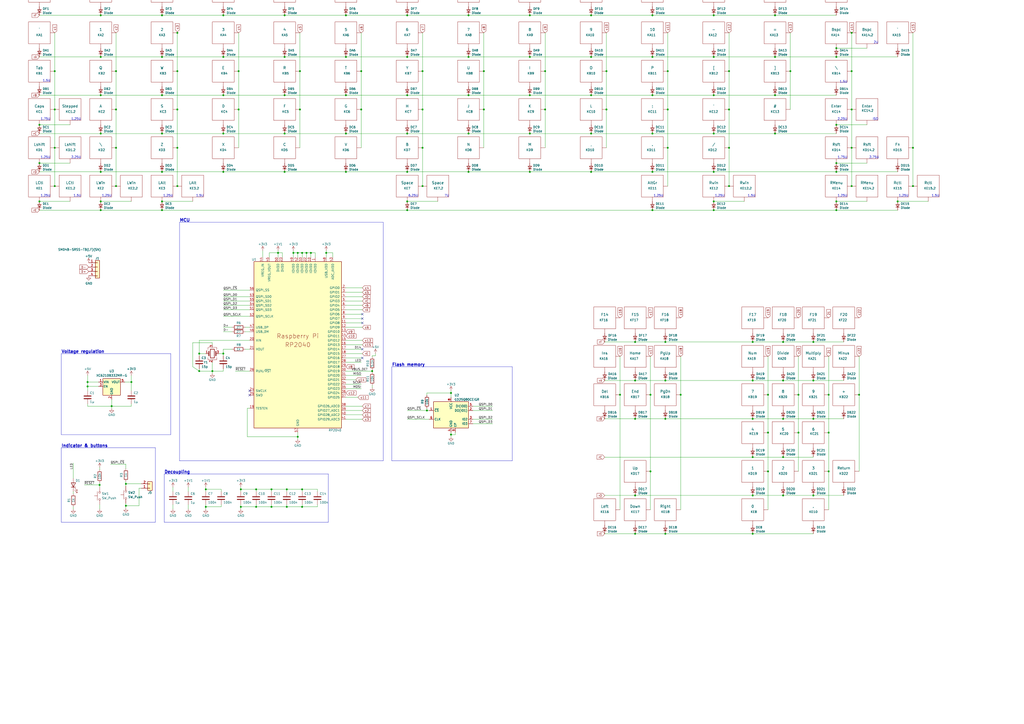
<source format=kicad_sch>
(kicad_sch (version 20230121) (generator eeschema)
  (paper "A2")
  (junction (at 129.54 8.89))
  (junction (at 378.46 77.47))
  (junction (at 102.87 19.05))
  (junction (at 458.47 41.275))
  (junction (at 368.427 287.401))
  (junction (at 280.67 41.275))
  (junction (at 498.348 228.981))
  (junction (at 148.59 283.845))
  (junction (at 58.42 55.245))
  (junction (at 138.43 63.5))
  (junction (at 271.78 99.695))
  (junction (at 172.72 146.685))
  (junction (at 471.805 287.401))
  (junction (at 148.59 294.005))
  (junction (at 480.695 250.952))
  (junction (at 342.9 99.695))
  (junction (at 342.9 8.89))
  (junction (at 414.02 77.47))
  (junction (at 316.23 63.5))
  (junction (at 368.427 309.626))
  (junction (at 368.427 198.374))
  (junction (at 93.98 55.245))
  (junction (at 236.22 55.245))
  (junction (at 22.86 94.615))
  (junction (at 200.66 99.695))
  (junction (at 485.14 72.39))
  (junction (at 454.279 220.726))
  (junction (at 422.91 41.275))
  (junction (at 387.35 85.725))
  (junction (at 245.11 41.275))
  (junction (at 307.34 55.245))
  (junction (at 414.02 55.245))
  (junction (at 307.34 8.89))
  (junction (at 445.516 250.952))
  (junction (at 58.42 77.47))
  (junction (at 129.54 205.105))
  (junction (at 50.8 224.155))
  (junction (at 236.22 77.47))
  (junction (at 236.22 116.84))
  (junction (at 165.1 8.89))
  (junction (at 480.695 228.981))
  (junction (at 115.57 205.105))
  (junction (at 436.626 309.626))
  (junction (at 494.03 85.725))
  (junction (at 22.86 72.39))
  (junction (at 31.75 63.5))
  (junction (at 359.664 228.981))
  (junction (at 494.03 107.95))
  (junction (at 93.98 121.92))
  (junction (at 166.37 294.005))
  (junction (at 165.1 33.02))
  (junction (at 414.02 33.02))
  (junction (at 271.78 33.02))
  (junction (at 494.03 19.05))
  (junction (at 387.35 63.5))
  (junction (at 271.78 77.47))
  (junction (at 247.65 238.125))
  (junction (at 529.59 107.95))
  (junction (at 236.22 121.92))
  (junction (at 454.279 198.374))
  (junction (at 236.22 33.02))
  (junction (at 494.03 63.5))
  (junction (at 520.7 116.84))
  (junction (at 385.953 220.726))
  (junction (at 378.46 99.695))
  (junction (at 414.02 8.89))
  (junction (at 173.99 63.5))
  (junction (at 58.42 121.92))
  (junction (at 245.11 85.725))
  (junction (at 385.953 309.626))
  (junction (at 471.805 242.951))
  (junction (at 422.91 63.5))
  (junction (at 307.34 33.02))
  (junction (at 414.02 99.695))
  (junction (at 471.805 220.726))
  (junction (at 58.42 116.84))
  (junction (at 67.31 63.5))
  (junction (at 76.2 221.615))
  (junction (at 175.26 146.685))
  (junction (at 449.58 8.89))
  (junction (at 378.46 121.92))
  (junction (at 494.03 41.275))
  (junction (at 236.22 99.695))
  (junction (at 485.14 94.615))
  (junction (at 387.35 41.275))
  (junction (at 31.75 41.275))
  (junction (at 93.98 33.02))
  (junction (at 170.18 146.685))
  (junction (at 245.11 107.95))
  (junction (at 414.02 121.92))
  (junction (at 436.626 220.726))
  (junction (at 129.54 99.695))
  (junction (at 161.29 146.685))
  (junction (at 173.99 41.275))
  (junction (at 157.48 294.005))
  (junction (at 342.9 77.47))
  (junction (at 129.54 33.02))
  (junction (at 165.1 77.47))
  (junction (at 471.805 198.374))
  (junction (at 485.14 116.84))
  (junction (at 166.37 283.845))
  (junction (at 200.66 33.02))
  (junction (at 436.626 287.401))
  (junction (at 261.62 252.095))
  (junction (at 139.7 294.005))
  (junction (at 485.14 27.94))
  (junction (at 261.62 227.965))
  (junction (at 58.42 99.695))
  (junction (at 436.626 242.951))
  (junction (at 480.695 273.431))
  (junction (at 385.953 242.951))
  (junction (at 102.87 85.725))
  (junction (at 529.59 85.725))
  (junction (at 449.58 55.245))
  (junction (at 102.87 107.95))
  (junction (at 73.025 280.67))
  (junction (at 422.91 85.725))
  (junction (at 172.72 253.365))
  (junction (at 368.427 220.726))
  (junction (at 236.22 8.89))
  (junction (at 129.54 77.47))
  (junction (at 463.169 228.981))
  (junction (at 485.14 33.02))
  (junction (at 177.8 146.685))
  (junction (at 271.78 8.89))
  (junction (at 368.427 242.951))
  (junction (at 50.8 221.615))
  (junction (at 351.79 63.5))
  (junction (at 157.48 283.845))
  (junction (at 422.91 107.95))
  (junction (at 378.46 55.245))
  (junction (at 165.1 99.695))
  (junction (at 454.279 265.176))
  (junction (at 200.66 77.47))
  (junction (at 22.86 116.84))
  (junction (at 215.9 215.265))
  (junction (at 200.66 8.89))
  (junction (at 445.516 273.431))
  (junction (at 245.11 63.5))
  (junction (at 180.34 146.685))
  (junction (at 57.785 281.305))
  (junction (at 378.46 33.02))
  (junction (at 445.516 228.981))
  (junction (at 454.279 287.401))
  (junction (at 394.843 228.981))
  (junction (at 449.58 77.47))
  (junction (at 129.54 55.245))
  (junction (at 31.75 85.725))
  (junction (at 316.23 41.275))
  (junction (at 93.98 8.89))
  (junction (at 119.38 283.845))
  (junction (at 115.57 215.265))
  (junction (at 93.98 99.695))
  (junction (at 58.42 8.89))
  (junction (at 200.66 55.245))
  (junction (at 449.58 33.02))
  (junction (at 351.79 41.275))
  (junction (at 165.1 55.245))
  (junction (at 414.02 116.84))
  (junction (at 307.34 77.47))
  (junction (at 67.31 85.725))
  (junction (at 64.77 235.585))
  (junction (at 31.75 107.95))
  (junction (at 342.9 55.245))
  (junction (at 102.87 63.5))
  (junction (at 385.953 198.374))
  (junction (at 307.34 99.695))
  (junction (at 436.626 198.374))
  (junction (at 138.43 41.275))
  (junction (at 209.55 41.275))
  (junction (at 485.14 121.92))
  (junction (at 175.26 294.005))
  (junction (at 73.025 293.37))
  (junction (at 342.9 33.02))
  (junction (at 377.317 228.981))
  (junction (at 67.31 41.275))
  (junction (at 485.14 99.695))
  (junction (at 209.55 63.5))
  (junction (at 189.23 146.685))
  (junction (at 175.26 283.845))
  (junction (at 119.38 294.005))
  (junction (at 123.19 215.265))
  (junction (at 378.46 8.89))
  (junction (at 377.317 273.431))
  (junction (at 67.31 107.95))
  (junction (at 58.42 33.02))
  (junction (at 280.67 63.5))
  (junction (at 139.7 283.845))
  (junction (at 463.169 250.952))
  (junction (at 271.78 55.245))
  (junction (at 454.279 242.951))
  (junction (at 93.98 116.84))
  (junction (at 436.626 265.176))
  (junction (at 93.98 77.47))
  (junction (at 102.87 41.275))
  (no_connect (at 210.185 184.785))
  (no_connect (at 144.78 229.235))
  (no_connect (at 210.185 207.645))
  (no_connect (at 210.185 202.565))
  (no_connect (at 210.185 182.245))
  (no_connect (at 210.185 187.325))
  (no_connect (at 144.78 226.695))
  (wire (pts (xy 80.645 283.21) (xy 80.645 293.37)))
  (wire (pts (xy 93.98 55.245) (xy 129.54 55.245)))
  (wire (pts (xy 368.427 287.401) (xy 436.626 287.401)))
  (wire (pts (xy 200.66 210.185) (xy 209.55 210.185)))
  (wire (pts (xy 175.26 146.685) (xy 175.26 149.225)))
  (wire (pts (xy 368.427 242.951) (xy 385.953 242.951)))
  (wire (pts (xy 280.67 63.5) (xy 280.67 85.725)))
  (wire (pts (xy 123.19 198.755) (xy 111.76 198.755)))
  (polyline (pts (xy 297.18 267.335) (xy 297.18 212.725)))
  (wire (pts (xy 200.66 99.695) (xy 236.22 99.695)))
  (wire (pts (xy 350.774 220.726) (xy 368.427 220.726)))
  (wire (pts (xy 449.58 8.89) (xy 485.14 8.89)))
  (wire (pts (xy 350.774 242.951) (xy 368.427 242.951)))
  (wire (pts (xy 148.59 294.005) (xy 157.48 294.005)))
  (wire (pts (xy 200.66 187.325) (xy 210.185 187.325)))
  (wire (pts (xy 200.66 172.085) (xy 210.185 172.085)))
  (wire (pts (xy 350.901 265.176) (xy 436.626 265.176)))
  (wire (pts (xy 31.75 85.725) (xy 31.75 107.95)))
  (wire (pts (xy 119.38 283.845) (xy 128.27 283.845)))
  (wire (pts (xy 378.46 8.89) (xy 414.02 8.89)))
  (wire (pts (xy 209.55 41.275) (xy 209.55 63.5)))
  (wire (pts (xy 123.19 200.025) (xy 123.19 198.755)))
  (wire (pts (xy 385.953 198.374) (xy 436.626 198.374)))
  (wire (pts (xy 247.65 236.855) (xy 247.65 238.125)))
  (wire (pts (xy 123.19 215.265) (xy 123.19 216.535)))
  (wire (pts (xy 165.1 8.89) (xy 200.66 8.89)))
  (wire (pts (xy 529.59 19.05) (xy 529.59 85.725)))
  (wire (pts (xy 378.46 77.47) (xy 414.02 77.47)))
  (wire (pts (xy 463.169 273.431) (xy 463.169 250.952)))
  (wire (pts (xy 414.02 99.695) (xy 485.14 99.695)))
  (wire (pts (xy 129.54 33.02) (xy 165.1 33.02)))
  (wire (pts (xy 271.78 55.245) (xy 307.34 55.245)))
  (wire (pts (xy 422.91 19.05) (xy 422.91 41.275)))
  (wire (pts (xy 173.99 41.275) (xy 173.99 63.5)))
  (wire (pts (xy 445.516 250.952) (xy 445.516 228.981)))
  (wire (pts (xy 200.66 205.105) (xy 210.185 205.105)))
  (wire (pts (xy 172.72 146.685) (xy 175.26 146.685)))
  (wire (pts (xy 494.03 63.5) (xy 494.03 85.725)))
  (wire (pts (xy 22.86 121.92) (xy 58.42 121.92)))
  (wire (pts (xy 119.38 283.845) (xy 119.38 285.115)))
  (wire (pts (xy 123.19 210.185) (xy 123.19 215.265)))
  (wire (pts (xy 73.025 269.24) (xy 73.025 271.78)))
  (wire (pts (xy 458.47 41.275) (xy 458.47 63.5)))
  (wire (pts (xy 378.46 99.695) (xy 414.02 99.695)))
  (wire (pts (xy 48.895 281.305) (xy 57.785 281.305)))
  (wire (pts (xy 454.279 220.726) (xy 471.805 220.726)))
  (wire (pts (xy 247.65 227.965) (xy 261.62 227.965)))
  (wire (pts (xy 57.785 280.035) (xy 57.785 281.305)))
  (wire (pts (xy 378.46 55.245) (xy 414.02 55.245)))
  (wire (pts (xy 485.14 94.615) (xy 502.92 94.615)))
  (wire (pts (xy 134.62 202.565) (xy 129.54 202.565)))
  (polyline (pts (xy 99.06 205.105) (xy 99.06 252.095)))
  (wire (pts (xy 449.58 33.02) (xy 485.14 33.02)))
  (wire (pts (xy 119.38 294.005) (xy 119.38 295.275)))
  (polyline (pts (xy 90.17 302.895) (xy 90.17 259.715)))
  (wire (pts (xy 200.66 179.705) (xy 210.185 179.705)))
  (wire (pts (xy 173.99 63.5) (xy 173.99 85.725)))
  (wire (pts (xy 236.22 121.92) (xy 378.46 121.92)))
  (wire (pts (xy 200.66 243.205) (xy 210.185 243.205)))
  (wire (pts (xy 350.774 309.626) (xy 368.427 309.626)))
  (polyline (pts (xy 35.56 302.895) (xy 90.17 302.895)))
  (wire (pts (xy 128.27 292.735) (xy 128.27 294.005)))
  (wire (pts (xy 200.66 177.165) (xy 210.185 177.165)))
  (wire (pts (xy 436.626 309.626) (xy 471.805 309.626)))
  (wire (pts (xy 414.02 77.47) (xy 449.58 77.47)))
  (wire (pts (xy 102.87 19.05) (xy 102.87 41.275)))
  (wire (pts (xy 458.47 19.05) (xy 458.47 41.275)))
  (polyline (pts (xy 297.18 212.725) (xy 227.33 212.725)))
  (wire (pts (xy 142.24 192.405) (xy 144.78 192.405)))
  (wire (pts (xy 165.1 55.245) (xy 200.66 55.245)))
  (wire (pts (xy 261.62 250.825) (xy 261.62 252.095)))
  (polyline (pts (xy 104.14 267.335) (xy 222.25 267.335)))
  (wire (pts (xy 111.76 212.725) (xy 115.57 215.265)))
  (wire (pts (xy 73.025 292.1) (xy 73.025 293.37)))
  (wire (pts (xy 109.22 282.575) (xy 109.22 285.115)))
  (wire (pts (xy 189.23 146.685) (xy 193.04 146.685)))
  (wire (pts (xy 200.66 217.805) (xy 209.55 217.805)))
  (wire (pts (xy 172.72 253.365) (xy 172.72 254.635)))
  (wire (pts (xy 115.57 205.105) (xy 119.38 205.105)))
  (wire (pts (xy 215.9 223.52) (xy 215.9 224.79)))
  (wire (pts (xy 67.31 85.725) (xy 67.31 107.95)))
  (wire (pts (xy 80.645 293.37) (xy 73.025 293.37)))
  (wire (pts (xy 200.66 240.665) (xy 210.185 240.665)))
  (wire (pts (xy 247.65 229.235) (xy 247.65 227.965)))
  (wire (pts (xy 436.626 198.374) (xy 454.279 198.374)))
  (wire (pts (xy 471.805 242.951) (xy 489.458 242.951)))
  (wire (pts (xy 148.59 283.845) (xy 157.48 283.845)))
  (wire (pts (xy 236.22 116.84) (xy 254 116.84)))
  (wire (pts (xy 454.279 265.176) (xy 471.805 265.176)))
  (wire (pts (xy 394.843 206.756) (xy 394.843 228.981)))
  (wire (pts (xy 102.87 18.415) (xy 102.87 19.05)))
  (wire (pts (xy 58.42 121.92) (xy 93.98 121.92)))
  (wire (pts (xy 139.7 283.845) (xy 148.59 283.845)))
  (wire (pts (xy 189.23 146.685) (xy 189.23 149.225)))
  (wire (pts (xy 215.9 214.63) (xy 215.9 215.265)))
  (wire (pts (xy 445.516 273.431) (xy 445.516 250.952)))
  (wire (pts (xy 129.54 192.405) (xy 134.62 192.405)))
  (wire (pts (xy 529.59 85.725) (xy 529.59 107.95)))
  (wire (pts (xy 115.57 215.265) (xy 123.19 215.265)))
  (wire (pts (xy 102.87 63.5) (xy 102.87 85.725)))
  (wire (pts (xy 245.11 19.05) (xy 245.11 41.275)))
  (wire (pts (xy 148.59 292.735) (xy 148.59 294.005)))
  (wire (pts (xy 170.18 145.415) (xy 170.18 146.685)))
  (wire (pts (xy 209.55 63.5) (xy 209.55 85.725)))
  (wire (pts (xy 247.65 238.125) (xy 248.92 238.125)))
  (wire (pts (xy 454.279 287.401) (xy 471.805 287.401)))
  (wire (pts (xy 175.26 146.685) (xy 177.8 146.685)))
  (wire (pts (xy 200.66 197.485) (xy 210.185 197.485)))
  (wire (pts (xy 200.66 184.785) (xy 210.185 184.785)))
  (wire (pts (xy 184.15 292.735) (xy 184.15 294.005)))
  (wire (pts (xy 73.025 293.37) (xy 73.025 294.64)))
  (wire (pts (xy 115.57 213.995) (xy 115.57 215.265)))
  (wire (pts (xy 129.54 174.625) (xy 144.78 174.625)))
  (wire (pts (xy 480.695 206.756) (xy 480.695 228.981)))
  (wire (pts (xy 200.66 238.125) (xy 210.185 238.125)))
  (wire (pts (xy 200.66 230.505) (xy 207.645 230.505)))
  (wire (pts (xy 152.4 145.415) (xy 152.4 149.225)))
  (wire (pts (xy 200.66 202.565) (xy 210.185 202.565)))
  (polyline (pts (xy 99.06 252.095) (xy 35.56 252.095)))
  (wire (pts (xy 64.135 269.24) (xy 73.025 269.24)))
  (wire (pts (xy 172.72 250.825) (xy 172.72 253.365)))
  (wire (pts (xy 422.91 63.5) (xy 422.91 85.725)))
  (wire (pts (xy 377.317 295.656) (xy 377.317 273.431)))
  (wire (pts (xy 236.22 33.02) (xy 271.78 33.02)))
  (wire (pts (xy 115.57 197.485) (xy 144.78 197.485)))
  (wire (pts (xy 209.55 19.05) (xy 209.55 41.275)))
  (wire (pts (xy 377.317 206.756) (xy 377.317 228.981)))
  (wire (pts (xy 180.34 146.685) (xy 180.34 149.225)))
  (wire (pts (xy 264.16 250.825) (xy 264.16 252.095)))
  (wire (pts (xy 177.8 146.685) (xy 180.34 146.685)))
  (wire (pts (xy 57.785 292.735) (xy 57.785 295.275)))
  (wire (pts (xy 359.664 206.756) (xy 359.664 228.981)))
  (wire (pts (xy 485.14 116.84) (xy 502.92 116.84)))
  (wire (pts (xy 139.7 294.005) (xy 148.59 294.005)))
  (wire (pts (xy 57.785 281.305) (xy 57.785 282.575)))
  (wire (pts (xy 271.78 33.02) (xy 307.34 33.02)))
  (wire (pts (xy 436.626 287.401) (xy 454.279 287.401)))
  (wire (pts (xy 436.626 265.176) (xy 454.279 265.176)))
  (wire (pts (xy 129.54 183.515) (xy 144.78 183.515)))
  (wire (pts (xy 136.525 215.265) (xy 144.78 215.265)))
  (wire (pts (xy 307.34 77.47) (xy 342.9 77.47)))
  (wire (pts (xy 31.75 41.275) (xy 31.75 63.5)))
  (wire (pts (xy 50.8 234.315) (xy 50.8 235.585)))
  (wire (pts (xy 67.31 63.5) (xy 67.31 85.725)))
  (wire (pts (xy 93.98 99.695) (xy 129.54 99.695)))
  (wire (pts (xy 184.15 285.115) (xy 184.15 283.845)))
  (wire (pts (xy 261.62 252.095) (xy 264.16 252.095)))
  (wire (pts (xy 454.279 198.374) (xy 471.805 198.374)))
  (wire (pts (xy 471.805 220.726) (xy 489.458 220.726)))
  (wire (pts (xy 139.7 283.845) (xy 139.7 285.115)))
  (polyline (pts (xy 35.56 252.095) (xy 35.56 205.105)))
  (wire (pts (xy 50.8 221.615) (xy 57.15 221.615)))
  (wire (pts (xy 115.57 205.105) (xy 115.57 197.485)))
  (wire (pts (xy 139.7 282.575) (xy 139.7 283.845)))
  (wire (pts (xy 261.62 227.965) (xy 261.62 230.505)))
  (wire (pts (xy 350.774 287.401) (xy 368.427 287.401)))
  (wire (pts (xy 245.11 41.275) (xy 245.11 63.5)))
  (wire (pts (xy 42.545 285.115) (xy 42.545 286.385)))
  (wire (pts (xy 50.8 217.805) (xy 50.8 221.615)))
  (wire (pts (xy 180.34 146.685) (xy 182.88 146.685)))
  (wire (pts (xy 58.42 77.47) (xy 93.98 77.47)))
  (wire (pts (xy 165.1 77.47) (xy 200.66 77.47)))
  (wire (pts (xy 189.23 145.415) (xy 189.23 146.685)))
  (wire (pts (xy 128.27 285.115) (xy 128.27 283.845)))
  (wire (pts (xy 471.805 198.374) (xy 489.458 198.374)))
  (wire (pts (xy 236.22 8.89) (xy 271.78 8.89)))
  (wire (pts (xy 385.953 309.626) (xy 436.626 309.626)))
  (wire (pts (xy 200.66 215.265) (xy 215.9 215.265)))
  (wire (pts (xy 73.025 280.67) (xy 73.025 281.94)))
  (wire (pts (xy 200.66 167.005) (xy 210.185 167.005)))
  (wire (pts (xy 119.38 292.735) (xy 119.38 294.005)))
  (wire (pts (xy 129.54 99.695) (xy 165.1 99.695)))
  (wire (pts (xy 316.23 41.275) (xy 316.23 63.5)))
  (wire (pts (xy 485.14 27.94) (xy 502.92 27.94)))
  (wire (pts (xy 102.87 85.725) (xy 102.87 107.95)))
  (wire (pts (xy 22.86 8.89) (xy 58.42 8.89)))
  (wire (pts (xy 394.843 228.981) (xy 394.843 295.656)))
  (wire (pts (xy 217.805 206.375) (xy 217.805 205.105)))
  (polyline (pts (xy 95.25 274.955) (xy 190.5 274.955)))
  (wire (pts (xy 359.664 228.981) (xy 359.664 295.656)))
  (wire (pts (xy 175.26 283.845) (xy 184.15 283.845)))
  (wire (pts (xy 387.35 85.725) (xy 387.35 107.95)))
  (wire (pts (xy 342.9 77.47) (xy 378.46 77.47)))
  (wire (pts (xy 385.953 242.951) (xy 436.626 242.951)))
  (wire (pts (xy 200.66 220.345) (xy 206.375 220.345)))
  (polyline (pts (xy 190.5 302.895) (xy 190.5 274.955)))
  (wire (pts (xy 236.22 55.245) (xy 271.78 55.245)))
  (wire (pts (xy 485.14 99.695) (xy 520.7 99.695)))
  (wire (pts (xy 67.31 19.05) (xy 67.31 41.275)))
  (wire (pts (xy 81.915 283.21) (xy 80.645 283.21)))
  (wire (pts (xy 129.54 168.275) (xy 144.78 168.275)))
  (wire (pts (xy 494.03 85.725) (xy 494.03 107.95)))
  (wire (pts (xy 115.57 206.375) (xy 115.57 205.105)))
  (polyline (pts (xy 35.56 205.105) (xy 99.06 205.105)))
  (wire (pts (xy 200.66 200.025) (xy 210.185 200.025)))
  (wire (pts (xy 307.34 33.02) (xy 342.9 33.02)))
  (wire (pts (xy 161.29 146.685) (xy 161.29 149.225)))
  (wire (pts (xy 200.66 33.02) (xy 236.22 33.02)))
  (wire (pts (xy 351.79 41.275) (xy 351.79 63.5)))
  (wire (pts (xy 157.48 294.005) (xy 166.37 294.005)))
  (wire (pts (xy 200.66 55.245) (xy 236.22 55.245)))
  (wire (pts (xy 236.22 238.125) (xy 247.65 238.125)))
  (wire (pts (xy 387.35 19.05) (xy 387.35 41.275)))
  (wire (pts (xy 480.695 295.656) (xy 480.695 273.431)))
  (wire (pts (xy 58.42 116.84) (xy 76.2 116.84)))
  (wire (pts (xy 22.86 72.39) (xy 40.64 72.39)))
  (wire (pts (xy 377.317 228.981) (xy 377.317 273.431)))
  (wire (pts (xy 200.66 77.47) (xy 236.22 77.47)))
  (wire (pts (xy 342.9 33.02) (xy 378.46 33.02)))
  (wire (pts (xy 200.66 225.425) (xy 209.55 225.425)))
  (wire (pts (xy 50.8 235.585) (xy 64.77 235.585)))
  (wire (pts (xy 129.54 8.89) (xy 165.1 8.89)))
  (wire (pts (xy 58.42 99.695) (xy 93.98 99.695)))
  (wire (pts (xy 161.29 145.415) (xy 161.29 146.685)))
  (wire (pts (xy 143.51 236.855) (xy 144.78 236.855)))
  (wire (pts (xy 280.67 41.275) (xy 280.67 63.5)))
  (wire (pts (xy 351.79 63.5) (xy 351.79 85.725)))
  (wire (pts (xy 138.43 19.05) (xy 138.43 41.275)))
  (wire (pts (xy 307.34 99.695) (xy 342.9 99.695)))
  (wire (pts (xy 285.75 245.745) (xy 274.32 245.745)))
  (wire (pts (xy 173.99 19.05) (xy 173.99 41.275)))
  (wire (pts (xy 245.11 85.725) (xy 245.11 107.95)))
  (wire (pts (xy 445.516 295.656) (xy 445.516 273.431)))
  (wire (pts (xy 67.31 41.275) (xy 67.31 63.5)))
  (wire (pts (xy 156.21 146.685) (xy 161.29 146.685)))
  (wire (pts (xy 378.46 33.02) (xy 414.02 33.02)))
  (wire (pts (xy 73.025 280.67) (xy 81.915 280.67)))
  (wire (pts (xy 271.78 8.89) (xy 307.34 8.89)))
  (wire (pts (xy 316.23 63.5) (xy 316.23 85.725)))
  (wire (pts (xy 129.54 189.865) (xy 134.62 189.865)))
  (wire (pts (xy 236.22 243.205) (xy 248.92 243.205)))
  (wire (pts (xy 157.48 283.845) (xy 157.48 285.115)))
  (wire (pts (xy 280.67 19.05) (xy 280.67 41.275)))
  (wire (pts (xy 414.02 55.245) (xy 449.58 55.245)))
  (wire (pts (xy 307.34 8.89) (xy 342.9 8.89)))
  (wire (pts (xy 215.9 206.375) (xy 215.9 207.01)))
  (wire (pts (xy 138.43 63.5) (xy 138.43 85.725)))
  (wire (pts (xy 42.545 268.605) (xy 42.545 277.495)))
  (polyline (pts (xy 227.33 212.725) (xy 227.33 267.335)))
  (wire (pts (xy 215.9 215.265) (xy 215.9 215.9)))
  (wire (pts (xy 351.79 19.05) (xy 351.79 41.275)))
  (polyline (pts (xy 95.25 302.895) (xy 190.5 302.895)))
  (wire (pts (xy 454.279 242.951) (xy 471.805 242.951)))
  (wire (pts (xy 165.1 99.695) (xy 200.66 99.695)))
  (wire (pts (xy 445.516 206.756) (xy 445.516 228.981)))
  (wire (pts (xy 102.87 -5.715) (xy 102.87 -5.08)))
  (wire (pts (xy 454.279 265.176) (xy 454.279 264.922)))
  (wire (pts (xy 236.22 77.47) (xy 271.78 77.47)))
  (wire (pts (xy 200.66 189.865) (xy 210.185 189.865)))
  (wire (pts (xy 285.75 235.585) (xy 274.32 235.585)))
  (wire (pts (xy 139.7 294.005) (xy 139.7 295.275)))
  (wire (pts (xy 245.11 63.5) (xy 245.11 85.725)))
  (wire (pts (xy 165.1 33.02) (xy 200.66 33.02)))
  (wire (pts (xy 157.48 283.845) (xy 166.37 283.845)))
  (wire (pts (xy 200.66 207.645) (xy 210.185 207.645)))
  (wire (pts (xy 236.22 99.695) (xy 271.78 99.695)))
  (polyline (pts (xy 104.14 128.905) (xy 104.14 267.335)))
  (wire (pts (xy 157.48 292.735) (xy 157.48 294.005)))
  (wire (pts (xy 129.54 177.165) (xy 144.78 177.165)))
  (wire (pts (xy 449.58 77.47) (xy 485.14 77.47)))
  (wire (pts (xy 271.78 99.695) (xy 307.34 99.695)))
  (wire (pts (xy 480.695 250.952) (xy 480.695 228.981)))
  (wire (pts (xy 64.77 235.585) (xy 76.2 235.585)))
  (wire (pts (xy 129.54 215.265) (xy 129.54 213.995)))
  (wire (pts (xy 436.626 242.951) (xy 454.279 242.951)))
  (polyline (pts (xy 35.56 259.715) (xy 35.56 302.895)))
  (wire (pts (xy 271.78 77.47) (xy 307.34 77.47)))
  (polyline (pts (xy 35.56 259.715) (xy 90.17 259.715)))
  (wire (pts (xy 22.86 116.84) (xy 40.64 116.84)))
  (wire (pts (xy 422.91 41.275) (xy 422.91 63.5)))
  (wire (pts (xy 127 205.105) (xy 129.54 205.105)))
  (wire (pts (xy 485.14 33.02) (xy 520.7 33.02)))
  (wire (pts (xy 166.37 294.005) (xy 175.26 294.005)))
  (wire (pts (xy 436.626 265.176) (xy 436.626 264.922)))
  (wire (pts (xy 143.51 253.365) (xy 172.72 253.365)))
  (wire (pts (xy 342.9 99.695) (xy 378.46 99.695)))
  (wire (pts (xy 76.2 217.805) (xy 76.2 221.615)))
  (wire (pts (xy 182.88 149.225) (xy 182.88 146.685)))
  (wire (pts (xy 119.38 282.575) (xy 119.38 283.845)))
  (wire (pts (xy 414.02 121.92) (xy 485.14 121.92)))
  (wire (pts (xy 200.66 222.885) (xy 209.55 222.885)))
  (wire (pts (xy 139.7 292.735) (xy 139.7 294.005)))
  (wire (pts (xy 175.26 283.845) (xy 175.26 285.115)))
  (wire (pts (xy 76.2 221.615) (xy 76.2 226.695)))
  (wire (pts (xy 22.86 99.695) (xy 58.42 99.695)))
  (wire (pts (xy 129.54 205.105) (xy 129.54 206.375)))
  (wire (pts (xy 93.98 77.47) (xy 129.54 77.47)))
  (wire (pts (xy 307.34 55.245) (xy 342.9 55.245)))
  (wire (pts (xy 142.24 189.865) (xy 144.78 189.865)))
  (wire (pts (xy 129.54 77.47) (xy 165.1 77.47)))
  (wire (pts (xy 93.98 8.89) (xy 129.54 8.89)))
  (wire (pts (xy 22.86 77.47) (xy 58.42 77.47)))
  (wire (pts (xy 520.7 116.84) (xy 538.48 116.84)))
  (wire (pts (xy 368.427 220.726) (xy 385.953 220.726)))
  (wire (pts (xy 193.04 149.225) (xy 193.04 146.685)))
  (wire (pts (xy 200.66 235.585) (xy 210.185 235.585)))
  (wire (pts (xy 449.58 55.245) (xy 485.14 55.245)))
  (wire (pts (xy 285.75 238.125) (xy 274.32 238.125)))
  (polyline (pts (xy 227.33 267.335) (xy 297.18 267.335)))
  (wire (pts (xy 494.03 19.05) (xy 494.03 41.275)))
  (wire (pts (xy 156.21 149.225) (xy 156.21 146.685)))
  (wire (pts (xy 111.76 198.755) (xy 111.76 212.725)))
  (wire (pts (xy 129.54 202.565) (xy 129.54 205.105)))
  (wire (pts (xy 138.43 41.275) (xy 138.43 63.5)))
  (wire (pts (xy 64.77 235.585) (xy 64.77 236.855)))
  (wire (pts (xy 58.42 8.89) (xy 93.98 8.89)))
  (wire (pts (xy 142.24 202.565) (xy 144.78 202.565)))
  (wire (pts (xy 172.72 146.685) (xy 172.72 149.225)))
  (wire (pts (xy 166.37 283.845) (xy 175.26 283.845)))
  (wire (pts (xy 414.02 116.84) (xy 431.8 116.84)))
  (wire (pts (xy 166.37 292.735) (xy 166.37 294.005)))
  (wire (pts (xy 73.025 279.4) (xy 73.025 280.67)))
  (wire (pts (xy 57.785 271.145) (xy 57.785 272.415)))
  (wire (pts (xy 261.62 252.095) (xy 261.62 253.365)))
  (wire (pts (xy 93.98 121.92) (xy 236.22 121.92)))
  (wire (pts (xy 471.805 264.922) (xy 471.805 265.176)))
  (wire (pts (xy 368.427 309.626) (xy 385.953 309.626)))
  (wire (pts (xy 31.75 63.5) (xy 31.75 85.725)))
  (wire (pts (xy 109.22 292.735) (xy 109.22 295.275)))
  (wire (pts (xy 166.37 283.845) (xy 166.37 285.115)))
  (wire (pts (xy 22.86 94.615) (xy 40.64 94.615)))
  (wire (pts (xy 350.774 198.374) (xy 368.427 198.374)))
  (wire (pts (xy 123.19 215.265) (xy 129.54 215.265)))
  (wire (pts (xy 148.59 283.845) (xy 148.59 285.115)))
  (wire (pts (xy 170.18 146.685) (xy 170.18 149.225)))
  (wire (pts (xy 200.66 182.245) (xy 210.185 182.245)))
  (wire (pts (xy 31.75 19.05) (xy 31.75 41.275)))
  (wire (pts (xy 119.38 294.005) (xy 128.27 294.005)))
  (wire (pts (xy 215.9 206.375) (xy 217.805 206.375)))
  (wire (pts (xy 422.91 85.725) (xy 422.91 107.95)))
  (wire (pts (xy 129.54 179.705) (xy 144.78 179.705)))
  (polyline (pts (xy 222.25 128.905) (xy 104.14 128.905)))
  (wire (pts (xy 414.02 33.02) (xy 449.58 33.02)))
  (polyline (pts (xy 95.25 274.955) (xy 95.25 302.895)))
  (wire (pts (xy 285.75 243.205) (xy 274.32 243.205)))
  (wire (pts (xy 50.8 224.155) (xy 57.15 224.155)))
  (wire (pts (xy 342.9 8.89) (xy 378.46 8.89)))
  (wire (pts (xy 175.26 292.735) (xy 175.26 294.005)))
  (wire (pts (xy 177.8 146.685) (xy 177.8 149.225)))
  (wire (pts (xy 100.33 292.735) (xy 100.33 295.275)))
  (wire (pts (xy 50.8 224.155) (xy 50.8 226.695)))
  (wire (pts (xy 494.03 41.275) (xy 494.03 63.5)))
  (wire (pts (xy 387.35 63.5) (xy 387.35 85.725)))
  (wire (pts (xy 143.51 236.855) (xy 143.51 253.365)))
  (wire (pts (xy 93.98 116.84) (xy 111.76 116.84)))
  (wire (pts (xy 161.29 146.685) (xy 163.83 146.685)))
  (wire (pts (xy 498.348 206.756) (xy 498.348 228.981)))
  (wire (pts (xy 58.42 33.02) (xy 93.98 33.02)))
  (wire (pts (xy 129.54 172.085) (xy 144.78 172.085)))
  (wire (pts (xy 93.98 33.02) (xy 129.54 33.02)))
  (wire (pts (xy 129.54 55.245) (xy 165.1 55.245)))
  (wire (pts (xy 200.66 169.545) (xy 210.185 169.545)))
  (wire (pts (xy 22.86 33.02) (xy 58.42 33.02)))
  (wire (pts (xy 368.427 198.374) (xy 385.953 198.374)))
  (wire (pts (xy 175.26 294.005) (xy 184.15 294.005)))
  (wire (pts (xy 200.66 174.625) (xy 210.185 174.625)))
  (wire (pts (xy 22.86 55.245) (xy 58.42 55.245)))
  (wire (pts (xy 42.545 294.005) (xy 42.545 295.275)))
  (wire (pts (xy 485.14 72.39) (xy 502.92 72.39)))
  (wire (pts (xy 102.87 41.275) (xy 102.87 63.5)))
  (wire (pts (xy 72.39 221.615) (xy 76.2 221.615)))
  (wire (pts (xy 100.33 282.575) (xy 100.33 285.115)))
  (wire (pts (xy 436.626 220.726) (xy 454.279 220.726)))
  (wire (pts (xy 485.14 121.92) (xy 520.7 121.92)))
  (wire (pts (xy 170.18 146.685) (xy 172.72 146.685)))
  (wire (pts (xy 163.83 149.225) (xy 163.83 146.685)))
  (wire (pts (xy 64.77 231.775) (xy 64.77 235.585)))
  (wire (pts (xy 50.8 221.615) (xy 50.8 224.155)))
  (wire (pts (xy 385.953 220.726) (xy 436.626 220.726)))
  (wire (pts (xy 200.66 8.89) (xy 236.22 8.89)))
  (wire (pts (xy 414.02 8.89) (xy 449.58 8.89)))
  (wire (pts (xy 387.35 41.275) (xy 387.35 63.5)))
  (wire (pts (xy 480.695 273.431) (xy 480.695 250.952)))
  (wire (pts (xy 316.23 19.05) (xy 316.23 41.275)))
  (wire (pts (xy 76.2 234.315) (xy 76.2 235.585)))
  (wire (pts (xy 378.46 121.92) (xy 414.02 121.92)))
  (polyline (pts (xy 222.25 267.335) (xy 222.25 128.905)))
  (wire (pts (xy 463.169 250.952) (xy 463.169 228.981)))
  (wire (pts (xy 58.42 55.245) (xy 93.98 55.245)))
  (wire (pts (xy 261.62 226.695) (xy 261.62 227.965)))
  (wire (pts (xy 342.9 55.245) (xy 378.46 55.245)))
  (wire (pts (xy 498.348 228.981) (xy 498.348 273.431)))
  (wire (pts (xy 463.169 206.756) (xy 463.169 228.981)))
  (wire (pts (xy 471.805 287.401) (xy 489.458 287.401)))
  (text "1.25U" (at 485.775 114.3 0) (effects (font (size 1.27 1.27)) (justify left bottom)))
  (text "Flash memory" (at 227.33 212.725 0) (effects (font (size 1.778 1.778) (thickness 0.3556) bold) (justify left bottom)))
  (text "1.25U" (at 414.655 114.3 0) (effects (font (size 1.27 1.27)) (justify left bottom)))
  (text "2.25U" (at 41.275 92.075 0) (effects (font (size 1.27 1.27)) (justify left bottom)))
  (text "1.25U" (at 94.615 114.3 0) (effects (font (size 1.27 1.27)) (justify left bottom)))
  (text "1.5U" (at 113.665 114.3 0) (effects (font (size 1.27 1.27)) (justify left bottom)))
  (text "1.5U" (at 540.385 114.3 0) (effects (font (size 1.27 1.27)) (justify left bottom)))
  (text "1.5U" (at 24.765 47.625 0) (effects (font (size 1.27 1.27)) (justify left bottom)))
  (text "1.5U" (at 42.545 114.3 0) (effects (font (size 1.27 1.27)) (justify left bottom)))
  (text "MCU" (at 104.14 128.905 0) (effects (font (size 1.778 1.778) (thickness 0.3556) bold) (justify left bottom)))
  (text "1.25U" (at 379.095 114.3 0) (effects (font (size 1.27 1.27)) (justify left bottom)))
  (text "1.25U" (at 23.495 114.3 0) (effects (font (size 1.27 1.27)) (justify left bottom)))
  (text "6.25U" (at 236.855 114.3 0) (effects (font (size 1.27 1.27)) (justify left bottom)))
  (text "7U" (at 257.81 114.3 0) (effects (font (size 1.27 1.27)) (justify left bottom)))
  (text "1.25U" (at 41.275 69.85 0) (effects (font (size 1.27 1.27)) (justify left bottom)))
  (text "1.25U" (at 59.055 114.3 0) (effects (font (size 1.27 1.27)) (justify left bottom)))
  (text "1.75U" (at 23.495 69.85 0) (effects (font (size 1.27 1.27)) (justify left bottom)))
  (text "2.25U" (at 485.775 69.85 0) (effects (font (size 1.27 1.27)) (justify left bottom)))
  (text "1.25U" (at 521.335 114.3 0) (effects (font (size 1.27 1.27)) (justify left bottom)))
  (text "Decoupling" (at 95.25 274.955 0) (effects (font (size 1.778 1.778) (thickness 0.3556) bold) (justify left bottom)))
  (text "Indicator & buttons" (at 35.56 259.715 0) (effects (font (size 1.778 1.778) (thickness 0.3556) bold) (justify left bottom)))
  (text "2.75U" (at 504.19 92.075 0) (effects (font (size 1.27 1.27)) (justify left bottom)))
  (text "1.75U" (at 485.775 92.075 0) (effects (font (size 1.27 1.27)) (justify left bottom)))
  (text "2U" (at 506.73 25.4 0) (effects (font (size 1.27 1.27)) (justify left bottom)))
  (text "ISO" (at 506.095 69.85 0) (effects (font (size 1.27 1.27)) (justify left bottom)))
  (text "1.5U" (at 487.045 48.26 0) (effects (font (size 1.27 1.27)) (justify left bottom)))
  (text "1.25U" (at 23.495 92.075 0) (effects (font (size 1.27 1.27)) (justify left bottom)))
  (text "Voltage regulation" (at 35.56 205.105 0) (effects (font (size 1.778 1.778) (thickness 0.3556) bold) (justify left bottom)))
  (text "1.5U" (at 433.705 114.3 0) (effects (font (size 1.27 1.27)) (justify left bottom)))
  (label "D-" (at 129.54 192.405 0))
  (label "QSPI_SCLK" (at 236.22 243.205 0))
  (label "QSPI_~{CS}" (at 129.54 168.275 0))
  (label "QSPI_D1" (at 285.75 238.125 180))
  (label "QSPI_D1" (at 129.54 174.625 0))
  (label "SCLK" (at 209.55 222.885 180))
  (label "QSPI_D3" (at 285.75 245.745 180))
  (label "QSPI_D0" (at 285.75 235.585 180))
  (label "VBUS_DET" (at 213.36 215.265 180))
  (label "~{RESET}" (at 48.895 281.305 0))
  (label "MOSI" (at 209.55 225.425 180))
  (label "QSPI_D2" (at 129.54 177.165 0))
  (label "LED" (at 209.55 210.185 180))
  (label "D+" (at 129.54 189.865 0))
  (label "LED" (at 42.545 268.605 270))
  (label "QSPI_~{CS}" (at 64.135 269.24 0))
  (label "QSPI_D2" (at 285.75 243.205 180))
  (label "QSPI_D0" (at 129.54 172.085 0))
  (label "MISO" (at 209.55 217.805 180))
  (label "D14" (at 209.55 202.565 180))
  (label "QSPI_~{CS}" (at 236.22 238.125 0))
  (label "QSPI_D3" (at 129.54 179.705 0))
  (label "QSPI_SCLK" (at 129.54 183.515 0))
  (label "~{RESET}" (at 136.525 215.265 0))
  (global_label "c14" (shape input) (at 206.375 220.345 0) (property "Intersheetrefs" "${INTERSHEET_REFS}" (effects hide)))
  (global_label "c7" (shape input) (at 245.11 19.05 90) (property "Intersheetrefs" "${INTERSHEET_REFS}" (effects hide)))
  (global_label "c9" (shape input) (at 200.66 192.405 0) (property "Intersheetrefs" "${INTERSHEET_REFS}" (effects hide)))
  (global_label "rE" (shape input) (at 350.774 309.626 180) (property "Intersheetrefs" "${INTERSHEET_REFS}" (effects hide)))
  (global_label "c5" (shape input) (at 210.185 169.545 0) (property "Intersheetrefs" "${INTERSHEET_REFS}" (effects hide)))
  (global_label "rE" (shape input) (at 22.86 121.92 180) (property "Intersheetrefs" "${INTERSHEET_REFS}" (effects hide)))
  (global_label "c22" (shape input) (at 498.348 206.756 90) (property "Intersheetrefs" "${INTERSHEET_REFS}" (effects hide)))
  (global_label "c14" (shape input) (at 494.03 19.05 90) (property "Intersheetrefs" "${INTERSHEET_REFS}" (effects hide)))
  (global_label "c2" (shape input) (at 67.31 -5.08 90) (property "Intersheetrefs" "${INTERSHEET_REFS}" (effects hide)))
  (global_label "D+" (shape input) (at 51.435 157.48 180) (property "Intersheetrefs" "${INTERSHEET_REFS}" (effects hide)))
  (global_label "rA" (shape input) (at 210.185 179.705 0) (property "Intersheetrefs" "${INTERSHEET_REFS}" (effects hide)))
  (global_label "c5" (shape input) (at 173.99 19.05 90) (property "Intersheetrefs" "${INTERSHEET_REFS}" (effects hide)))
  (global_label "c7" (shape input) (at 210.185 235.585 0) (property "Intersheetrefs" "${INTERSHEET_REFS}" (effects hide)))
  (global_label "c17" (shape input) (at 377.317 184.404 90) (property "Intersheetrefs" "${INTERSHEET_REFS}" (effects hide)))
  (global_label "c1" (shape input) (at 210.185 240.665 0) (property "Intersheetrefs" "${INTERSHEET_REFS}" (effects hide)))
  (global_label "c6" (shape input) (at 209.55 -5.08 90) (property "Intersheetrefs" "${INTERSHEET_REFS}" (effects hide)))
  (global_label "c15" (shape input) (at 529.59 19.05 90) (property "Intersheetrefs" "${INTERSHEET_REFS}" (effects hide)))
  (global_label "c3" (shape input) (at 102.87 18.415 90) (property "Intersheetrefs" "${INTERSHEET_REFS}" (effects hide)))
  (global_label "c1" (shape input) (at 31.75 19.05 90) (property "Intersheetrefs" "${INTERSHEET_REFS}" (effects hide)))
  (global_label "c13" (shape input) (at 458.47 -5.08 90) (property "Intersheetrefs" "${INTERSHEET_REFS}" (effects hide)))
  (global_label "c1" (shape input) (at 31.75 -5.08 90) (property "Intersheetrefs" "${INTERSHEET_REFS}" (effects hide)))
  (global_label "c12" (shape input) (at 422.91 -5.08 90) (property "Intersheetrefs" "${INTERSHEET_REFS}" (effects hide)))
  (global_label "rC" (shape input) (at 22.86 77.47 180) (property "Intersheetrefs" "${INTERSHEET_REFS}" (effects hide)))
  (global_label "c11" (shape input) (at 387.35 -5.08 90) (property "Intersheetrefs" "${INTERSHEET_REFS}" (effects hide)))
  (global_label "c16" (shape input) (at 359.664 206.756 90) (property "Intersheetrefs" "${INTERSHEET_REFS}" (effects hide)))
  (global_label "c18" (shape input) (at 394.843 184.404 90) (property "Intersheetrefs" "${INTERSHEET_REFS}" (effects hide)))
  (global_label "c2" (shape input) (at 210.185 238.125 0) (property "Intersheetrefs" "${INTERSHEET_REFS}" (effects hide)))
  (global_label "c12" (shape input) (at 200.66 227.965 0) (property "Intersheetrefs" "${INTERSHEET_REFS}" (effects hide)))
  (global_label "c10" (shape input) (at 200.66 194.945 0) (property "Intersheetrefs" "${INTERSHEET_REFS}" (effects hide)))
  (global_label "rC" (shape input) (at 210.185 174.625 0) (property "Intersheetrefs" "${INTERSHEET_REFS}" (effects hide)))
  (global_label "c10" (shape input) (at 351.79 -5.08 90) (property "Intersheetrefs" "${INTERSHEET_REFS}" (effects hide)))
  (global_label "c20" (shape input) (at 463.169 206.756 90) (property "Intersheetrefs" "${INTERSHEET_REFS}" (effects hide)))
  (global_label "c11" (shape input) (at 387.35 19.05 90) (property "Intersheetrefs" "${INTERSHEET_REFS}" (effects hide)))
  (global_label "rD" (shape input) (at 22.86 99.695 180) (property "Intersheetrefs" "${INTERSHEET_REFS}" (effects hide)))
  (global_label "c13" (shape input) (at 458.47 19.05 90) (property "Intersheetrefs" "${INTERSHEET_REFS}" (effects hide)))
  (global_label "c7" (shape input) (at 245.11 -5.08 90) (property "Intersheetrefs" "${INTERSHEET_REFS}" (effects hide)))
  (global_label "rA" (shape input) (at 350.774 220.726 180) (property "Intersheetrefs" "${INTERSHEET_REFS}" (effects hide)))
  (global_label "c20" (shape input) (at 463.169 184.404 90) (property "Intersheetrefs" "${INTERSHEET_REFS}" (effects hide)))
  (global_label "c3" (shape input) (at 210.185 243.205 0) (property "Intersheetrefs" "${INTERSHEET_REFS}" (effects hide)))
  (global_label "c22" (shape input) (at 498.348 184.404 90) (property "Intersheetrefs" "${INTERSHEET_REFS}" (effects hide)))
  (global_label "c19" (shape input) (at 445.516 206.756 90) (property "Intersheetrefs" "${INTERSHEET_REFS}" (effects hide)))
  (global_label "c8" (shape input) (at 200.66 212.725 0) (property "Intersheetrefs" "${INTERSHEET_REFS}" (effects hide)))
  (global_label "rE" (shape input) (at 210.185 205.105 0) (property "Intersheetrefs" "${INTERSHEET_REFS}" (effects hide)))
  (global_label "c4" (shape input) (at 210.185 167.005 0) (property "Intersheetrefs" "${INTERSHEET_REFS}" (effects hide)))
  (global_label "c10" (shape input) (at 351.79 19.05 90) (property "Intersheetrefs" "${INTERSHEET_REFS}" (effects hide)))
  (global_label "c19" (shape input) (at 445.516 184.404 90) (property "Intersheetrefs" "${INTERSHEET_REFS}" (effects hide)))
  (global_label "c2" (shape input) (at 67.31 19.05 90) (property "Intersheetrefs" "${INTERSHEET_REFS}" (effects hide)))
  (global_label "c4" (shape input) (at 138.43 -5.08 90) (property "Intersheetrefs" "${INTERSHEET_REFS}" (effects hide)))
  (global_label "c18" (shape input) (at 394.843 206.756 90) (property "Intersheetrefs" "${INTERSHEET_REFS}" (effects hide)))
  (global_label "rB" (shape input) (at 22.86 55.245 180) (property "Intersheetrefs" "${INTERSHEET_REFS}" (effects hide)))
  (global_label "c14" (shape input) (at 494.03 -5.08 90) (property "Intersheetrefs" "${INTERSHEET_REFS}" (effects hide)))
  (global_label "c9" (shape input) (at 316.23 -5.08 90) (property "Intersheetrefs" "${INTERSHEET_REFS}" (effects hide)))
  (global_label "c8" (shape input) (at 280.67 19.05 90) (property "Intersheetrefs" "${INTERSHEET_REFS}" (effects hide)))
  (global_label "c17" (shape input) (at 377.317 206.756 90) (property "Intersheetrefs" "${INTERSHEET_REFS}" (effects hide)))
  (global_label "21" (shape input) (at 480.695 206.756 90) (property "Intersheetrefs" "${INTERSHEET_REFS}" (effects hide)))
  (global_label "rD" (shape input) (at 350.774 287.401 180) (property "Intersheetrefs" "${INTERSHEET_REFS}" (effects hide)))
  (global_label "c6" (shape input) (at 210.185 189.865 0) (property "Intersheetrefs" "${INTERSHEET_REFS}" (effects hide)))
  (global_label "c15" (shape input) (at 210.185 200.025 0) (property "Intersheetrefs" "${INTERSHEET_REFS}" (effects hide)))
  (global_label "rF" (shape input) (at 22.86 8.89 180) (property "Intersheetrefs" "${INTERSHEET_REFS}" (effects hide)))
  (global_label "c9" (shape input) (at 316.23 19.05 90) (property "Intersheetrefs" "${INTERSHEET_REFS}" (effects hide)))
  (global_label "c11" (shape input) (at 207.645 230.505 0) (property "Intersheetrefs" "${INTERSHEET_REFS}" (effects hide)))
  (global_label "rC" (shape input) (at 350.774 265.176 180) (property "Intersheetrefs" "${INTERSHEET_REFS}" (effects hide)))
  (global_label "c13" (shape input) (at 210.185 197.485 0) (property "Intersheetrefs" "${INTERSHEET_REFS}" (effects hide)))
  (global_label "c3" (shape input) (at 102.87 -5.715 90) (property "Intersheetrefs" "${INTERSHEET_REFS}" (effects hide)))
  (global_label "rA" (shape input) (at 22.86 33.02 180) (property "Intersheetrefs" "${INTERSHEET_REFS}" (effects hide)))
  (global_label "21" (shape input) (at 480.695 184.404 90) (property "Intersheetrefs" "${INTERSHEET_REFS}" (effects hide)))
  (global_label "rB" (shape input) (at 350.774 242.951 180) (property "Intersheetrefs" "${INTERSHEET_REFS}" (effects hide)))
  (global_label "c5" (shape input) (at 173.99 -5.08 90) (property "Intersheetrefs" "${INTERSHEET_REFS}" (effects hide)))
  (global_label "c8" (shape input) (at 280.67 -5.08 90) (property "Intersheetrefs" "${INTERSHEET_REFS}" (effects hide)))
  (global_label "c16" (shape input) (at 359.664 184.404 90) (property "Intersheetrefs" "${INTERSHEET_REFS}" (effects hide)))
  (global_label "D-" (shape input) (at 51.435 154.94 180) (property "Intersheetrefs" "${INTERSHEET_REFS}" (effects hide)))
  (global_label "c4" (shape input) (at 138.43 19.05 90) (property "Intersheetrefs" "${INTERSHEET_REFS}" (effects hide)))
  (global_label "c6" (shape input) (at 209.55 19.05 90) (property "Intersheetrefs" "${INTERSHEET_REFS}" (effects hide)))
  (global_label "rF" (shape input) (at 350.774 198.374 180) (property "Intersheetrefs" "${INTERSHEET_REFS}" (effects hide)))
  (global_label "rB" (shape input) (at 210.185 177.165 0) (property "Intersheetrefs" "${INTERSHEET_REFS}" (effects hide)))
  (global_label "rD" (shape input) (at 210.185 172.085 0) (property "Intersheetrefs" "${INTERSHEET_REFS}" (effects hide)))
  (global_label "c12" (shape input) (at 422.91 19.05 90) (property "Intersheetrefs" "${INTERSHEET_REFS}" (effects hide)))
  (symbol (lib_id "acheronSymbols:MXSwitch") (at 129.54 63.5 180) (unit 1)
    (property "Reference" "KC4" (at 132.08 64.77 0) (effects (justify left)))
    (property "Value" "D" (at 129.54 61.595 0) (effects (font (size 1.524 1.524))))
    (property "Footprint" "MX_Only:MXOnly-1U-NoLED" (effects hide))
  )
  (symbol (lib_id "acheronSymbols:MXSwitch") (at 236.22 41.275 180) (unit 1)
    (property "Reference" "KB7" (at 238.76 42.545 0) (effects (justify left)))
    (property "Value" "Y" (at 236.22 39.37 0) (effects (font (size 1.524 1.524))))
    (property "Footprint" "MX_Only:MXOnly-1U-NoLED" (effects hide))
  )
  (symbol (lib_id "power:GND") (at 73.025 294.64 0) (unit 1)
    (property "Reference" "#PWR06" (effects hide))
    (property "Value" "GND" (at 73.025 298.45 0))
  )
  (symbol (lib_id "MCU_RaspberryPi_RP2040:RP2040") (at 172.72 200.025 0) (unit 1)
    (property "Reference" "U1" (at 146.05 150.495 0) (effects (justify left)))
    (property "Value" "RP2040" (at 190.5 249.555 0) (effects (justify left)))
    (property "Footprint" "0xLib_Package_DFN_QFN:QFN-56-1EP_7x7mm_P0.4mm_EP3.2x3.2mm" (effects hide))
    (property "LCSC" "C2040" (effects hide))
  )
  (symbol (lib_id "Device:LED") (at 42.545 281.305 90) (unit 1)
    (property "Reference" "D1" (at 43.815 278.765 90) (effects (justify right)))
    (property "Value" "LED" (effects hide))
    (property "Footprint" "LED_SMD:LED_0402_1005Metric" (effects hide))
    (property "LCSC" "C130719" (effects hide))
  )
  (symbol (lib_id "acheronSymbols:MXSwitch") (at 378.46 19.05 180) (unit 1)
    (property "Reference" "KA11" (at 380.365 20.32 0) (effects (justify left)))
    (property "Value" "10" (at 378.46 17.145 0) (effects (font (size 1.524 1.524))))
    (property "Footprint" "MX_Only:MXOnly-1U-NoLED" (effects hide))
  )
  (symbol (lib_id "Device:D_Small") (at 471.805 195.834 90) (unit 1)
    (property "Reference" "DF21" (at 473.71 194.564 90) (effects (justify right)))
    (property "Value" "Diode" (at 473.583 196.977 90) (effects (justify right)))
    (property "Footprint" "montsinger:diode_smd" (effects hide))
  )
  (symbol (lib_id "acheronSymbols:MXSwitch") (at 502.92 107.95 0) (mirror x) (unit 1)
    (property "Reference" "KE14.2" (at 500.38 109.22 0) (effects (justify left)))
    (property "Value" "RMenu" (at 502.92 106.045 0) (effects (font (size 1.524 1.524))))
    (property "Footprint" "MX_Only:MXOnly-1U-NoLED" (effects hide))
  )
  (symbol (lib_id "acheronSymbols:MXSwitch") (at 436.626 273.431 180) (unit 1)
    (property "Reference" "KD19" (at 439.166 274.701 0) (effects (justify left)))
    (property "Value" "1" (at 436.626 271.526 0) (effects (font (size 1.524 1.524))))
    (property "Footprint" "MX_Only:MXOnly-1U-NoLED" (effects hide))
  )
  (symbol (lib_id "Device:D_Small") (at 342.9 6.35 90) (unit 1)
    (property "Reference" "DF10" (at 344.805 5.08 90) (effects (justify right)))
    (property "Value" "Diode" (at 344.678 7.493 90) (effects (justify right)))
    (property "Footprint" "montsinger:diode_smd" (effects hide))
  )
  (symbol (lib_id "acheronSymbols:MXSwitch") (at 454.279 206.756 180) (unit 1)
    (property "Reference" "KA20" (at 456.184 208.026 0) (effects (justify left)))
    (property "Value" "Divide" (at 454.279 204.851 0) (effects (font (size 1.524 1.524))))
    (property "Footprint" "MX_Only:MXOnly-1U-NoLED" (effects hide))
  )
  (symbol (lib_id "Device:D_Small") (at 129.54 6.35 90) (unit 1)
    (property "Reference" "DF4" (at 131.445 5.08 90) (effects (justify right)))
    (property "Value" "Diode" (at 131.318 7.493 90) (effects (justify right)))
    (property "Footprint" "montsinger:diode_smd" (effects hide))
  )
  (symbol (lib_id "Device:D_Small") (at 436.626 262.382 90) (unit 1)
    (property "Reference" "DC19" (at 438.404 261.2136 90) (effects (justify right)))
    (property "Value" "Diode" (at 438.404 263.525 90) (effects (justify right)))
    (property "Footprint" "montsinger:diode_smd" (effects hide))
  )
  (symbol (lib_id "acheronSymbols:MXSwitch") (at 129.54 85.725 180) (unit 1)
    (property "Reference" "KD4" (at 131.445 86.995 0) (effects (justify left)))
    (property "Value" "X" (at 129.54 83.82 0) (effects (font (size 1.524 1.524))))
    (property "Footprint" "MX_Only:MXOnly-1U-NoLED" (effects hide))
  )
  (symbol (lib_id "Device:D_Small") (at 165.1 6.35 90) (unit 1)
    (property "Reference" "DF5" (at 167.005 5.08 90) (effects (justify right)))
    (property "Value" "Diode" (at 166.878 7.493 90) (effects (justify right)))
    (property "Footprint" "montsinger:diode_smd" (effects hide))
  )
  (symbol (lib_id "Device:Crystal_GND24") (at 123.19 205.105 0) (mirror x) (unit 1)
    (property "Reference" "Y1" (at 119.38 210.185 0))
    (property "Value" "Crystal_GND24" (effects hide))
    (property "Footprint" "Crystal:Crystal_SMD_2520-4Pin_2.5x2.0mm" (effects hide))
    (property "LCSC" "C2149204" (effects hide))
  )
  (symbol (lib_id "Device:R") (at 138.43 202.565 90) (unit 1)
    (property "Reference" "R8" (at 138.43 200.025 90))
    (property "Value" "1k" (at 138.43 202.565 90))
    (property "Footprint" "Resistor_SMD:R_0402_1005Metric" (effects hide))
    (property "LCSC" "C11702" (effects hide))
  )
  (symbol (lib_id "acheronSymbols:MXSwitch") (at 378.46 85.725 180) (unit 1)
    (property "Reference" "KD11" (at 380.365 86.995 0) (effects (justify left)))
    (property "Value" "." (at 378.46 83.82 0) (effects (font (size 1.524 1.524))))
    (property "Footprint" "MX_Only:MXOnly-1U-NoLED" (effects hide))
  )
  (symbol (lib_id "Device:D_Small") (at 236.22 119.38 90) (unit 1)
    (property "Reference" "DE7" (at 237.998 118.2116 90) (effects (justify right)))
    (property "Value" "Diode" (at 237.998 120.523 90) (effects (justify right)))
    (property "Footprint" "montsinger:diode_smd" (effects hide))
  )
  (symbol (lib_id "acheronSymbols:MXSwitch") (at 129.54 19.05 180) (unit 1)
    (property "Reference" "KA4" (at 131.445 20.32 0) (effects (justify left)))
    (property "Value" "3" (at 129.54 17.145 0) (effects (font (size 1.524 1.524))))
    (property "Footprint" "MX_Only:MXOnly-1U-NoLED" (effects hide))
  )
  (symbol (lib_id "Device:R") (at 138.43 189.865 90) (unit 1)
    (property "Reference" "R6" (at 138.43 187.325 90))
    (property "Value" "27" (at 138.43 189.865 90))
    (property "Footprint" "Resistor_SMD:R_0402_1005Metric" (effects hide))
    (property "LCSC" "C25100" (effects hide))
  )
  (symbol (lib_id "acheronSymbols:MXSwitch") (at 165.1 63.5 180) (unit 1)
    (property "Reference" "KC5" (at 167.64 64.77 0) (effects (justify left)))
    (property "Value" "F" (at 165.1 61.595 0) (effects (font (size 1.524 1.524))))
    (property "Footprint" "MX_Only:MXOnly-1U-NoLED" (effects hide))
  )
  (symbol (lib_id "power:GND") (at 215.9 224.79 0) (unit 1)
    (property "Reference" "#PWR022" (effects hide))
    (property "Value" "GND" (at 215.9 228.6 0))
  )
  (symbol (lib_id "Device:R") (at 138.43 192.405 90) (unit 1)
    (property "Reference" "R7" (at 138.43 194.945 90))
    (property "Value" "27" (at 138.43 192.405 90))
    (property "Footprint" "Resistor_SMD:R_0402_1005Metric" (effects hide))
    (property "LCSC" "C25100" (effects hide))
  )
  (symbol (lib_id "acheronSymbols:MXSwitch") (at 436.626 184.404 180) (unit 1)
    (property "Reference" "KF19" (at 438.531 185.674 0) (effects (justify left)))
    (property "Value" "F17" (at 436.626 182.499 0) (effects (font (size 1.524 1.524))))
    (property "Footprint" "MX_Only:MXOnly-1U-NoLED" (effects hide))
  )
  (symbol (lib_id "acheronSymbols:MXSwitch") (at 414.02 19.05 180) (unit 1)
    (property "Reference" "KA12" (at 415.925 20.32 0) (effects (justify left)))
    (property "Value" "-" (at 414.02 17.145 0) (effects (font (size 1.524 1.524))))
    (property "Footprint" "MX_Only:MXOnly-1U-NoLED" (effects hide))
  )
  (symbol (lib_id "Device:D_Small") (at 200.66 74.93 90) (unit 1)
    (property "Reference" "DC6" (at 202.438 73.7616 90) (effects (justify right)))
    (property "Value" "Diode" (at 202.438 76.073 90) (effects (justify right)))
    (property "Footprint" "montsinger:diode_smd" (effects hide))
  )
  (symbol (lib_id "acheronSymbols:MXSwitch") (at 350.774 295.656 180) (unit 1)
    (property "Reference" "KE16" (at 353.314 296.926 0) (effects (justify left)))
    (property "Value" "Left" (at 350.774 293.751 0) (effects (font (size 1.524 1.524))))
    (property "Footprint" "MX_Only:MXOnly-1.5U-NoLED" (effects hide))
  )
  (symbol (lib_id "acheronSymbols:MXSwitch") (at 436.626 206.756 180) (unit 1)
    (property "Reference" "KA19" (at 438.531 208.026 0) (effects (justify left)))
    (property "Value" "Num" (at 436.626 204.851 0) (effects (font (size 1.524 1.524))))
    (property "Footprint" "MX_Only:MXOnly-1U-NoLED" (effects hide))
  )
  (symbol (lib_id "power:+3.3V") (at 261.62 226.695 0) (unit 1)
    (property "Reference" "#PWR024" (effects hide))
    (property "Value" "+3.3V" (at 261.62 222.885 0))
  )
  (symbol (lib_id "power:+5V") (at 50.8 217.805 0) (unit 1)
    (property "Reference" "#PWR02" (effects hide))
    (property "Value" "+5V" (at 50.8 213.995 0))
  )
  (symbol (lib_id "power:+3.3V") (at 189.23 145.415 0) (unit 1)
    (property "Reference" "#PWR021" (effects hide))
    (property "Value" "+3.3V" (at 189.23 141.605 0))
  )
  (symbol (lib_id "Device:D_Small") (at 378.46 6.35 90) (unit 1)
    (property "Reference" "DF11" (at 380.365 5.08 90) (effects (justify right)))
    (property "Value" "Diode" (at 380.238 7.493 90) (effects (justify right)))
    (property "Footprint" "montsinger:diode_smd" (effects hide))
  )
  (symbol (lib_id "Device:D_Small") (at 436.626 284.861 90) (unit 1)
    (property "Reference" "DD19" (at 438.404 283.6926 90) (effects (justify right)))
    (property "Value" "Diode" (at 438.404 286.004 90) (effects (justify right)))
    (property "Footprint" "montsinger:diode_smd" (effects hide))
  )
  (symbol (lib_id "acheronSymbols:MXSwitch") (at 471.805 206.756 180) (unit 1)
    (property "Reference" "KA21" (at 473.71 208.026 0) (effects (justify left)))
    (property "Value" "Multiply" (at 471.805 204.851 0) (effects (font (size 1.524 1.524))))
    (property "Footprint" "MX_Only:MXOnly-1U-NoLED" (effects hide))
  )
  (symbol (lib_id "Device:D_Small") (at 471.805 262.382 90) (unit 1)
    (property "Reference" "DC21" (at 473.583 261.2136 90) (effects (justify right)))
    (property "Value" "Diode" (at 473.583 263.525 90) (effects (justify right)))
    (property "Footprint" "montsinger:diode_smd" (effects hide))
  )
  (symbol (lib_id "acheronSymbols:MXSwitch") (at 165.1 19.05 180) (unit 1)
    (property "Reference" "KA5" (at 167.005 20.32 0) (effects (justify left)))
    (property "Value" "4" (at 165.1 17.145 0) (effects (font (size 1.524 1.524))))
    (property "Footprint" "MX_Only:MXOnly-1U-NoLED" (effects hide))
  )
  (symbol (lib_id "Device:D_Small") (at 22.86 30.48 90) (unit 1)
    (property "Reference" "DA1" (at 24.765 29.21 90) (effects (justify right)))
    (property "Value" "Diode" (at 24.638 31.623 90) (effects (justify right)))
    (property "Footprint" "montsinger:diode_smd" (effects hide))
  )
  (symbol (lib_id "acheronSymbols:MXSwitch") (at 385.953 228.981 180) (unit 1)
    (property "Reference" "KB18" (at 388.493 230.251 0) (effects (justify left)))
    (property "Value" "PgDn" (at 385.953 227.076 0) (effects (font (size 1.524 1.524))))
    (property "Footprint" "MX_Only:MXOnly-1.5U-NoLED" (effects hide))
  )
  (symbol (lib_id "acheronSymbols:MXSwitch") (at 22.86 63.5 180) (unit 1)
    (property "Reference" "KC1" (at 24.765 64.77 0) (effects (justify left)))
    (property "Value" "Caps" (at 22.86 61.595 0) (effects (font (size 1.524 1.524))))
    (property "Footprint" "MX_Only:MXOnly-1.75U-NoLED" (effects hide))
  )
  (symbol (lib_id "Device:D_Small") (at 200.66 52.705 90) (unit 1)
    (property "Reference" "DB6" (at 202.438 51.5366 90) (effects (justify right)))
    (property "Value" "Diode" (at 202.438 53.848 90) (effects (justify right)))
    (property "Footprint" "montsinger:diode_smd" (effects hide))
  )
  (symbol (lib_id "power:+5V") (at 217.805 205.105 0) (unit 1)
    (property "Reference" "#PWR023" (effects hide))
    (property "Value" "+5V" (at 217.805 201.295 0))
  )
  (symbol (lib_id "Device:D_Small") (at 414.02 30.48 90) (unit 1)
    (property "Reference" "DA12" (at 415.925 29.21 90) (effects (justify right)))
    (property "Value" "Diode" (at 415.798 31.623 90) (effects (justify right)))
    (property "Footprint" "montsinger:diode_smd" (effects hide))
  )
  (symbol (lib_id "Device:D_Small") (at 350.774 240.411 90) (unit 1)
    (property "Reference" "DB16" (at 352.552 239.2426 90) (effects (justify right)))
    (property "Value" "Diode" (at 352.552 241.554 90) (effects (justify right)))
    (property "Footprint" "montsinger:diode_smd" (effects hide))
  )
  (symbol (lib_id "Device:D_Small") (at 58.42 97.155 90) (unit 1)
    (property "Reference" "DD2" (at 60.198 95.9866 90) (effects (justify right)))
    (property "Value" "Diode" (at 60.198 98.298 90) (effects (justify right)))
    (property "Footprint" "montsinger:diode_smd" (effects hide))
  )
  (symbol (lib_id "Device:D_Small") (at 165.1 30.48 90) (unit 1)
    (property "Reference" "DA5" (at 167.005 29.21 90) (effects (justify right)))
    (property "Value" "Diode" (at 166.878 31.623 90) (effects (justify right)))
    (property "Footprint" "montsinger:diode_smd" (effects hide))
  )
  (symbol (lib_id "Device:D_Small") (at 489.458 218.186 90) (unit 1)
    (property "Reference" "DA22" (at 491.363 216.916 90) (effects (justify right)))
    (property "Value" "Diode" (at 491.236 219.329 90) (effects (justify right)))
    (property "Footprint" "montsinger:diode_smd" (effects hide))
  )
  (symbol (lib_id "Device:D_Small") (at 471.805 284.861 90) (unit 1)
    (property "Reference" "DD21" (at 473.583 283.6926 90) (effects (justify right)))
    (property "Value" "Diode" (at 473.583 286.004 90) (effects (justify right)))
    (property "Footprint" "montsinger:diode_smd" (effects hide))
  )
  (symbol (lib_id "Device:D_Small") (at 350.774 195.834 90) (unit 1)
    (property "Reference" "DF16" (at 352.679 194.564 90) (effects (justify right)))
    (property "Value" "Diode" (at 352.552 196.977 90) (effects (justify right)))
    (property "Footprint" "montsinger:diode_smd" (effects hide))
  )
  (symbol (lib_id "acheronSymbols:MXSwitch") (at 271.78 63.5 180) (unit 1)
    (property "Reference" "KC8" (at 274.32 64.77 0) (effects (justify left)))
    (property "Value" "J" (at 271.78 61.595 0) (effects (font (size 1.524 1.524))))
    (property "Footprint" "MX_Only:MXOnly-1U-NoLED" (effects hide))
  )
  (symbol (lib_id "Device:C") (at 184.15 288.925 0) (unit 1)
    (property "Reference" "C14" (at 185.42 286.385 0) (effects (justify left)))
    (property "Value" "100n" (at 185.42 291.465 0) (effects (justify left)))
    (property "Footprint" "Capacitor_SMD:C_0402_1005Metric" (effects hide))
    (property "LCSC" "C1525" (effects hide))
  )
  (symbol (lib_id "power:+3.3V") (at 76.2 217.805 0) (unit 1)
    (property "Reference" "#PWR07" (effects hide))
    (property "Value" "+3.3V" (at 76.2 213.995 0))
  )
  (symbol (lib_id "Device:R") (at 57.785 276.225 180) (unit 1)
    (property "Reference" "R2" (at 55.245 276.225 90))
    (property "Value" "10k" (at 57.785 276.225 90))
    (property "Footprint" "Resistor_SMD:R_0402_1005Metric" (effects hide))
    (property "LCSC" "C25744" (effects hide))
  )
  (symbol (lib_id "Device:D_Small") (at 58.42 30.48 90) (unit 1)
    (property "Reference" "DA2" (at 60.325 29.21 90) (effects (justify right)))
    (property "Value" "Diode" (at 60.198 31.623 90) (effects (justify right)))
    (property "Footprint" "montsinger:diode_smd" (effects hide))
  )
  (symbol (lib_id "acheronSymbols:MXSwitch") (at 520.7 85.725 180) (unit 1)
    (property "Reference" "KD15" (at 523.24 86.995 0) (effects (justify left)))
    (property "Value" "Fn" (at 520.7 83.82 0) (effects (font (size 1.524 1.524))))
    (property "Footprint" "MX_Only:MXOnly-1U-NoLED" (effects hide))
  )
  (symbol (lib_id "acheronSymbols:MXSwitch") (at 342.9 41.275 180) (unit 1)
    (property "Reference" "KB10" (at 345.44 42.545 0) (effects (justify left)))
    (property "Value" "O" (at 342.9 39.37 0) (effects (font (size 1.524 1.524))))
    (property "Footprint" "MX_Only:MXOnly-1U-NoLED" (effects hide))
  )
  (symbol (lib_id "acheronSymbols:MXSwitch") (at 449.58 19.05 180) (unit 1)
    (property "Reference" "KA13" (at 451.485 20.32 0) (effects (justify left)))
    (property "Value" "=" (at 449.58 17.145 0) (effects (font (size 1.524 1.524))))
    (property "Footprint" "MX_Only:MXOnly-1U-NoLED" (effects hide))
  )
  (symbol (lib_id "Device:D_Small") (at 454.279 218.186 90) (unit 1)
    (property "Reference" "DA20" (at 456.184 216.916 90) (effects (justify right)))
    (property "Value" "Diode" (at 456.057 219.329 90) (effects (justify right)))
    (property "Footprint" "montsinger:diode_smd" (effects hide))
  )
  (symbol (lib_id "power:+3.3V") (at 170.18 145.415 0) (unit 1)
    (property "Reference" "#PWR019" (effects hide))
    (property "Value" "+3.3V" (at 170.18 141.605 0))
  )
  (symbol (lib_id "Device:D_Small") (at 378.46 52.705 90) (unit 1)
    (property "Reference" "DB11" (at 380.238 51.5366 90) (effects (justify right)))
    (property "Value" "Diode" (at 380.238 53.848 90) (effects (justify right)))
    (property "Footprint" "montsinger:diode_smd" (effects hide))
  )
  (symbol (lib_id "Device:D_Small") (at 485.14 119.38 90) (unit 1)
    (property "Reference" "DE14" (at 486.918 118.2116 90) (effects (justify right)))
    (property "Value" "Diode" (at 486.918 120.523 90) (effects (justify right)))
    (property "Footprint" "montsinger:diode_smd" (effects hide))
  )
  (symbol (lib_id "Device:D_Small") (at 93.98 97.155 90) (unit 1)
    (property "Reference" "DD3" (at 95.758 95.9866 90) (effects (justify right)))
    (property "Value" "Diode" (at 95.758 98.298 90) (effects (justify right)))
    (property "Footprint" "montsinger:diode_smd" (effects hide))
  )
  (symbol (lib_id "Memory_Flash:W25Q32JVZP") (at 261.62 240.665 0) (unit 1)
    (property "Reference" "U2" (at 263.5759 229.235 0) (effects (justify left)))
    (property "Value" "GD25Q80CEIGR" (at 263.5759 231.775 0) (effects (justify left)))
    (property "Footprint" "0xLib_Package_DFN_QFN:USON-8-1EP_3x2mm_P0.5mm_EP0.25x1.65mm" (effects hide))
    (property "LCSC" "C395484" (effects hide))
  )
  (symbol (lib_id "power:GND") (at 42.545 295.275 0) (unit 1)
    (property "Reference" "#PWR01" (effects hide))
    (property "Value" "GND" (at 42.545 299.085 0))
  )
  (symbol (lib_id "Device:C") (at 100.33 288.925 0) (unit 1)
    (property "Reference" "C5" (at 101.6 286.385 0) (effects (justify left)))
    (property "Value" "1µ" (at 101.6 291.465 0) (effects (justify left)))
    (property "Footprint" "Capacitor_SMD:C_0402_1005Metric" (effects hide))
    (property "LCSC" "C52923" (effects hide))
  )
  (symbol (lib_id "acheronSymbols:MXSwitch") (at 414.02 85.725 180) (unit 1)
    (property "Reference" "KD12" (at 415.925 86.995 0) (effects (justify left)))
    (property "Value" "/" (at 414.02 83.82 0) (effects (font (size 1.524 1.524))))
    (property "Footprint" "MX_Only:MXOnly-1U-NoLED" (effects hide))
  )
  (symbol (lib_id "acheronSymbols:MXSwitch") (at 236.22 19.05 180) (unit 1)
    (property "Reference" "KA7" (at 238.125 20.32 0) (effects (justify left)))
    (property "Value" "6" (at 236.22 17.145 0) (effects (font (size 1.524 1.524))))
    (property "Footprint" "MX_Only:MXOnly-1U-NoLED" (effects hide))
  )
  (symbol (lib_id "acheronSymbols:MXSwitch") (at 236.22 107.95 180) (unit 1)
    (property "Reference" "KE7" (at 238.125 109.22 0) (effects (justify left)))
    (property "Value" "Space" (at 236.22 106.045 0) (effects (font (size 1.524 1.524))))
    (property "Footprint" "MX_Only:MXOnly-6.25U-ReversedStabilizers-NoLED" (effects hide))
  )
  (symbol (lib_id "Device:D_Small") (at 307.34 30.48 90) (unit 1)
    (property "Reference" "DA9" (at 309.245 29.21 90) (effects (justify right)))
    (property "Value" "Diode" (at 309.118 31.623 90) (effects (justify right)))
    (property "Footprint" "montsinger:diode_smd" (effects hide))
  )
  (symbol (lib_id "acheronSymbols:MXSwitch") (at 22.86 107.95 180) (unit 1)
    (property "Reference" "KE1" (at 24.765 109.22 0) (effects (justify left)))
    (property "Value" "LCtl" (at 22.86 106.045 0) (effects (font (size 1.524 1.524))))
    (property "Footprint" "MX_Only:MXOnly-1.25U-NoLED" (effects hide))
  )
  (symbol (lib_id "acheronSymbols:MXSwitch") (at 414.02 41.275 180) (unit 1)
    (property "Reference" "KB12" (at 416.56 42.545 0) (effects (justify left)))
    (property "Value" "[" (at 414.02 39.37 0) (effects (font (size 1.524 1.524))))
    (property "Footprint" "MX_Only:MXOnly-1U-NoLED" (effects hide))
  )
  (symbol (lib_id "Device:D_Small") (at 271.78 74.93 90) (unit 1)
    (property "Reference" "DC8" (at 273.558 73.7616 90) (effects (justify right)))
    (property "Value" "Diode" (at 273.558 76.073 90) (effects (justify right)))
    (property "Footprint" "montsinger:diode_smd" (effects hide))
  )
  (symbol (lib_id "acheronSymbols:MXSwitch") (at 58.42 -5.08 180) (unit 1)
    (property "Reference" "KF2" (at 60.325 -3.81 0) (effects (justify left)))
    (property "Value" "F1" (at 58.42 -6.985 0) (effects (font (size 1.524 1.524))))
    (property "Footprint" "MX_Only:MXOnly-1U-NoLED" (effects hide))
  )
  (symbol (lib_id "acheronSymbols:MXSwitch") (at 449.58 41.275 180) (unit 1)
    (property "Reference" "KB13" (at 452.12 42.545 0) (effects (justify left)))
    (property "Value" "]" (at 449.58 39.37 0) (effects (font (size 1.524 1.524))))
    (property "Footprint" "MX_Only:MXOnly-1U-NoLED" (effects hide))
  )
  (symbol (lib_id "Device:R") (at 215.9 219.71 180) (unit 1)
    (property "Reference" "R11" (at 213.36 219.71 90))
    (property "Value" "10k" (at 215.9 219.71 90))
    (property "Footprint" "Resistor_SMD:R_0402_1005Metric" (effects hide))
    (property "LCSC" "C25744" (effects hide))
  )
  (symbol (lib_id "acheronSymbols:MXSwitch") (at 454.279 228.981 180) (unit 1)
    (property "Reference" "KB20" (at 456.819 230.251 0) (effects (justify left)))
    (property "Value" "8" (at 454.279 227.076 0) (effects (font (size 1.524 1.524))))
    (property "Footprint" "MX_Only:MXOnly-1.5U-NoLED" (effects hide))
  )
  (symbol (lib_id "acheronSymbols:MXSwitch") (at 414.02 -5.08 180) (unit 1)
    (property "Reference" "KF12" (at 415.925 -3.81 0) (effects (justify left)))
    (property "Value" "F11" (at 414.02 -6.985 0) (effects (font (size 1.524 1.524))))
    (property "Footprint" "MX_Only:MXOnly-1U-NoLED" (effects hide))
  )
  (symbol (lib_id "acheronSymbols:MXSwitch") (at 485.14 63.5 180) (unit 1)
    (property "Reference" "KC14" (at 487.68 64.77 0) (effects (justify left)))
    (property "Value" "Enter" (at 485.14 61.595 0) (effects (font (size 1.524 1.524))))
    (property "Footprint" "MX_Only:MXOnly-2.25U-NoLED" (effects hide))
  )
  (symbol (lib_id "acheronSymbols:MXSwitch") (at 471.805 295.656 180) (unit 1)
    (property "Reference" "KE10" (at 474.345 296.926 0) (effects (justify left)))
    (property "Value" "." (at 471.805 293.751 0) (effects (font (size 1.524 1.524))))
    (property "Footprint" "MX_Only:MXOnly-1.5U-NoLED" (effects hide))
  )
  (symbol (lib_id "Device:D_Small") (at 350.774 218.186 90) (unit 1)
    (property "Reference" "DA16" (at 352.679 216.916 90) (effects (justify right)))
    (property "Value" "Diode" (at 352.552 219.329 90) (effects (justify right)))
    (property "Footprint" "montsinger:diode_smd" (effects hide))
  )
  (symbol (lib_id "power:GND") (at 100.33 295.275 0) (unit 1)
    (property "Reference" "#PWR09" (effects hide))
    (property "Value" "GND" (at 100.33 299.085 0))
  )
  (symbol (lib_id "Device:R") (at 42.545 290.195 180) (unit 1)
    (property "Reference" "R1" (at 40.005 290.195 90))
    (property "Value" "1k" (at 42.545 290.195 90))
    (property "Footprint" "Resistor_SMD:R_0402_1005Metric" (effects hide))
    (property "LCSC" "C11702" (effects hide))
  )
  (symbol (lib_id "Device:D_Small") (at 454.279 240.411 90) (unit 1)
    (property "Reference" "DB20" (at 456.057 239.2426 90) (effects (justify right)))
    (property "Value" "Diode" (at 456.057 241.554 90) (effects (justify right)))
    (property "Footprint" "montsinger:diode_smd" (effects hide))
  )
  (symbol (lib_id "acheronSymbols:MXSwitch") (at 93.98 85.725 180) (unit 1)
    (property "Reference" "KD3" (at 95.885 86.995 0) (effects (justify left)))
    (property "Value" "Z" (at 93.98 83.82 0) (effects (font (size 1.524 1.524))))
    (property "Footprint" "MX_Only:MXOnly-1U-NoLED" (effects hide))
  )
  (symbol (lib_id "power:GND") (at 172.72 254.635 0) (unit 1)
    (property "Reference" "#PWR020" (effects hide))
    (property "Value" "GND" (at 172.72 258.445 0))
  )
  (symbol (lib_id "acheronSymbols:MXSwitch") (at 200.66 85.725 180) (unit 1)
    (property "Reference" "KD6" (at 202.565 86.995 0) (effects (justify left)))
    (property "Value" "V" (at 200.66 83.82 0) (effects (font (size 1.524 1.524))))
    (property "Footprint" "MX_Only:MXOnly-1U-NoLED" (effects hide))
  )
  (symbol (lib_id "Device:D_Small") (at 58.42 52.705 90) (unit 1)
    (property "Reference" "DB2" (at 60.198 51.5366 90) (effects (justify right)))
    (property "Value" "Diode" (at 60.198 53.848 90) (effects (justify right)))
    (property "Footprint" "montsinger:diode_smd" (effects hide))
  )
  (symbol (lib_id "power:+1V1") (at 109.22 282.575 0) (unit 1)
    (property "Reference" "#PWR010" (effects hide))
    (property "Value" "+1V1" (at 109.22 278.765 0))
  )
  (symbol (lib_id "Device:D_Small") (at 129.54 97.155 90) (unit 1)
    (property "Reference" "DD4" (at 131.318 95.9866 90) (effects (justify right)))
    (property "Value" "Diode" (at 131.318 98.298 90) (effects (justify right)))
    (property "Footprint" "montsinger:diode_smd" (effects hide))
  )
  (symbol (lib_id "acheronSymbols:MXSwitch") (at 58.42 63.5 180) (unit 1)
    (property "Reference" "KC2" (at 60.96 64.77 0) (effects (justify left)))
    (property "Value" "A" (at 58.42 61.595 0) (effects (font (size 1.524 1.524))))
    (property "Footprint" "MX_Only:MXOnly-1U-NoLED" (effects hide))
  )
  (symbol (lib_id "Device:D_Small") (at 165.1 97.155 90) (unit 1)
    (property "Reference" "DD5" (at 166.878 95.9866 90) (effects (justify right)))
    (property "Value" "Diode" (at 166.878 98.298 90) (effects (justify right)))
    (property "Footprint" "montsinger:diode_smd" (effects hide))
  )
  (symbol (lib_id "acheronSymbols:MXSwitch") (at 485.14 19.05 180) (unit 1)
    (property "Reference" "KA14" (at 487.045 20.32 0) (effects (justify left)))
    (property "Value" "Bspc" (at 485.14 17.145 0) (effects (font (size 1.524 1.524))))
    (property "Footprint" "MX_Only:MXOnly-1U-NoLED" (effects hide))
  )
  (symbol (lib_id "Device:D_Small") (at 485.14 30.48 90) (unit 1)
    (property "Reference" "DA14" (at 487.045 29.21 90) (effects (justify right)))
    (property "Value" "Diode" (at 486.918 31.623 90) (effects (justify right)))
    (property "Footprint" "montsinger:diode_smd" (effects hide))
  )
  (symbol (lib_id "acheronSymbols:MXSwitch") (at 93.98 19.05 180) (unit 1)
    (property "Reference" "KA3" (at 95.885 20.32 0) (effects (justify left)))
    (property "Value" "2" (at 93.98 17.145 0) (effects (font (size 1.524 1.524))))
    (property "Footprint" "MX_Only:MXOnly-1U-NoLED" (effects hide))
  )
  (symbol (lib_id "acheronSymbols:MXSwitch") (at 368.427 273.431 180) (unit 1)
    (property "Reference" "KD17" (at 370.967 274.701 0) (effects (justify left)))
    (property "Value" "Up" (at 368.427 271.526 0) (effects (font (size 1.524 1.524))))
    (property "Footprint" "MX_Only:MXOnly-1U-NoLED" (effects hide))
  )
  (symbol (lib_id "acheronSymbols:MXSwitch") (at 350.774 206.756 180) (unit 1)
    (property "Reference" "KA16" (at 352.679 208.026 0) (effects (justify left)))
    (property "Value" "Ins" (at 350.774 204.851 0) (effects (font (size 1.524 1.524))))
    (property "Footprint" "MX_Only:MXOnly-1U-NoLED" (effects hide))
  )
  (symbol (lib_id "acheronSymbols:MXSwitch") (at 58.42 19.05 180) (unit 1)
    (property "Reference" "KA2" (at 60.325 20.32 0) (effects (justify left)))
    (property "Value" "1" (at 58.42 17.145 0) (effects (font (size 1.524 1.524))))
    (property "Footprint" "MX_Only:MXOnly-1U-NoLED" (effects hide))
  )
  (symbol (lib_id "Device:D_Small") (at 368.427 195.834 90) (unit 1)
    (property "Reference" "DF17" (at 370.332 194.564 90) (effects (justify right)))
    (property "Value" "Diode" (at 370.205 196.977 90) (effects (justify right)))
    (property "Footprint" "montsinger:diode_smd" (effects hide))
  )
  (symbol (lib_id "acheronSymbols:MXSwitch") (at 368.427 184.404 180) (unit 1)
    (property "Reference" "KF17" (at 370.332 185.674 0) (effects (justify left)))
    (property "Value" "F15" (at 368.427 182.499 0) (effects (font (size 1.524 1.524))))
    (property "Footprint" "MX_Only:MXOnly-1U-NoLED" (effects hide))
  )
  (symbol (lib_id "acheronSymbols:MXSwitch") (at 236.22 63.5 180) (unit 1)
    (property "Reference" "KC7" (at 238.76 64.77 0) (effects (justify left)))
    (property "Value" "H" (at 236.22 61.595 0) (effects (font (size 1.524 1.524))))
    (property "Footprint" "MX_Only:MXOnly-1U-NoLED" (effects hide))
  )
  (symbol (lib_id "Device:D_Small") (at 489.458 284.861 90) (unit 1)
    (property "Reference" "DD22" (at 491.236 283.6926 90) (effects (justify right)))
    (property "Value" "Diode" (at 491.236 286.004 90) (effects (justify right)))
    (property "Footprint" "montsinger:diode_smd" (effects hide))
  )
  (symbol (lib_id "Device:C") (at 139.7 288.925 0) (unit 1)
    (property "Reference" "C9" (at 140.97 286.385 0) (effects (justify left)))
    (property "Value" "100n" (at 140.97 291.465 0) (effects (justify left)))
    (property "Footprint" "Capacitor_SMD:C_0402_1005Metric" (effects hide))
    (property "LCSC" "C1525" (effects hide))
  )
  (symbol (lib_id "acheronSymbols:MXSwitch") (at 454.279 273.431 180) (unit 1)
    (property "Reference" "KD20" (at 456.819 274.701 0) (effects (justify left)))
    (property "Value" "2" (at 454.279 271.526 0) (effects (font (size 1.524 1.524))))
    (property "Footprint" "MX_Only:MXOnly-1U-NoLED" (effects hide))
  )
  (symbol (lib_id "Device:C") (at 175.26 288.925 0) (unit 1)
    (property "Reference" "C13" (at 176.53 286.385 0) (effects (justify left)))
    (property "Value" "100n" (at 176.53 291.465 0) (effects (justify left)))
    (property "Footprint" "Capacitor_SMD:C_0402_1005Metric" (effects hide))
    (property "LCSC" "C1525" (effects hide))
  )
  (symbol (lib_id "Device:D_Small") (at 449.58 52.705 90) (unit 1)
    (property "Reference" "DB13" (at 451.358 51.5366 90) (effects (justify right)))
    (property "Value" "Diode" (at 451.358 53.848 90) (effects (justify right)))
    (property "Footprint" "montsinger:diode_smd" (effects hide))
  )
  (symbol (lib_id "Device:D_Small") (at 58.42 74.93 90) (unit 1)
    (property "Reference" "DC2" (at 60.198 73.7616 90) (effects (justify right)))
    (property "Value" "Diode" (at 60.198 76.073 90) (effects (justify right)))
    (property "Footprint" "montsinger:diode_smd" (effects hide))
  )
  (symbol (lib_id "Device:D_Small") (at 436.626 195.834 90) (unit 1)
    (property "Reference" "DF19" (at 438.531 194.564 90) (effects (justify right)))
    (property "Value" "Diode" (at 438.404 196.977 90) (effects (justify right)))
    (property "Footprint" "montsinger:diode_smd" (effects hide))
  )
  (symbol (lib_id "acheronSymbols:MXSwitch") (at 502.92 63.5 0) (mirror x) (unit 1)
    (property "Reference" "KC14.2" (at 499.745 64.135 0) (effects (justify left)))
    (property "Value" "Enter" (at 502.92 61.595 0) (effects (font (size 1.524 1.524))))
    (property "Footprint" "MX_Only:MXOnly-ISO-ROTATED-ReversedStabilizers-NoLED" (effects hide))
  )
  (symbol (lib_id "Device:D_Small") (at 385.953 195.834 90) (unit 1)
    (property "Reference" "DF18" (at 387.858 194.564 90) (effects (justify right)))
    (property "Value" "Diode" (at 387.731 196.977 90) (effects (justify right)))
    (property "Footprint" "montsinger:diode_smd" (effects hide))
  )
  (symbol (lib_id "Device:D_Small") (at 471.805 240.411 90) (unit 1)
    (property "Reference" "DB21" (at 473.583 239.2426 90) (effects (justify right)))
    (property "Value" "Diode" (at 473.583 241.554 90) (effects (justify right)))
    (property "Footprint" "montsinger:diode_smd" (effects hide))
  )
  (symbol (lib_id "Device:D_Small") (at 236.22 6.35 90) (unit 1)
    (property "Reference" "DF7" (at 238.125 5.08 90) (effects (justify right)))
    (property "Value" "Diode" (at 237.998 7.493 90) (effects (justify right)))
    (property "Footprint" "montsinger:diode_smd" (effects hide))
  )
  (symbol (lib_id "Device:D_Small") (at 485.14 52.705 90) (unit 1)
    (property "Reference" "DB14" (at 486.918 51.5366 90) (effects (justify right)))
    (property "Value" "Diode" (at 486.918 53.848 90) (effects (justify right)))
    (property "Footprint" "montsinger:diode_smd" (effects hide))
  )
  (symbol (lib_id "Device:C") (at 129.54 210.185 0) (unit 1)
    (property "Reference" "C4" (at 130.81 207.645 0) (effects (justify left)))
    (property "Value" "15p" (at 130.81 212.725 0) (effects (justify left)))
    (property "Footprint" "Capacitor_SMD:C_0402_1005Metric" (effects hide))
    (property "LCSC" "C1548" (effects hide))
  )
  (symbol (lib_id "Device:D_Small") (at 414.02 74.93 90) (unit 1)
    (property "Reference" "DC12" (at 415.798 73.7616 90) (effects (justify right)))
    (property "Value" "Diode" (at 415.798 76.073 90) (effects (justify right)))
    (property "Footprint" "montsinger:diode_smd" (effects hide))
  )
  (symbol (lib_id "acheronSymbols:MXSwitch") (at 200.66 63.5 180) (unit 1)
    (property "Reference" "KC6" (at 203.2 64.77 0) (effects (justify left)))
    (property "Value" "G" (at 200.66 61.595 0) (effects (font (size 1.524 1.524))))
    (property "Footprint" "MX_Only:MXOnly-1U-NoLED" (effects hide))
  )
  (symbol (lib_id "Device:C") (at 50.8 230.505 0) (unit 1)
    (property "Reference" "C1" (at 52.07 227.965 0) (effects (justify left)))
    (property "Value" "1µ" (at 52.07 233.045 0) (effects (justify left)))
    (property "Footprint" "Capacitor_SMD:C_0603_1608Metric" (effects hide))
    (property "LCSC" "C19666" (effects hide))
  )
  (symbol (lib_id "Device:D_Small") (at 454.279 284.861 90) (unit 1)
    (property "Reference" "DD20" (at 456.057 283.6926 90) (effects (justify right)))
    (property "Value" "Diode" (at 456.057 286.004 90) (effects (justify right)))
    (property "Footprint" "montsinger:diode_smd" (effects hide))
  )
  (symbol (lib_id "Device:D_Small") (at 385.953 218.186 90) (unit 1)
    (property "Reference" "DA18" (at 387.858 216.916 90) (effects (justify right)))
    (property "Value" "Diode" (at 387.731 219.329 90) (effects (justify right)))
    (property "Footprint" "montsinger:diode_smd" (effects hide))
  )
  (symbol (lib_id "acheronSymbols:MXSwitch") (at 502.92 19.05 0) (mirror x) (unit 1)
    (property "Reference" "KA14.2" (at 499.745 20.32 0) (effects (justify left)))
    (property "Value" "Bspc" (at 502.92 17.145 0) (effects (font (size 1.524 1.524))))
    (property "Footprint" "MX_Only:MXOnly-2U-NoLED" (effects hide))
  )
  (symbol (lib_id "Device:D_Small") (at 489.458 240.411 90) (unit 1)
    (property "Reference" "DB22" (at 491.236 239.2426 90) (effects (justify right)))
    (property "Value" "Diode" (at 491.236 241.554 90) (effects (justify right)))
    (property "Footprint" "montsinger:diode_smd" (effects hide))
  )
  (symbol (lib_id "Device:D_Small") (at 368.427 307.086 90) (unit 1)
    (property "Reference" "DE17" (at 370.205 305.9176 90) (effects (justify right)))
    (property "Value" "Diode" (at 370.205 308.229 90) (effects (justify right)))
    (property "Footprint" "montsinger:diode_smd" (effects hide))
  )
  (symbol (lib_id "power:+1V1") (at 161.29 145.415 0) (unit 1)
    (property "Reference" "#PWR018" (effects hide))
    (property "Value" "+1V1" (at 161.29 141.605 0))
  )
  (symbol (lib_id "Device:D_Small") (at 271.78 97.155 90) (unit 1)
    (property "Reference" "DD8" (at 273.558 95.9866 90) (effects (justify right)))
    (property "Value" "Diode" (at 273.558 98.298 90) (effects (justify right)))
    (property "Footprint" "montsinger:diode_smd" (effects hide))
  )
  (symbol (lib_id "power:+3.3V") (at 100.33 282.575 0) (unit 1)
    (property "Reference" "#PWR08" (effects hide))
    (property "Value" "+3.3V" (at 100.33 278.765 0))
  )
  (symbol (lib_id "acheronSymbols:MXSwitch") (at 200.66 41.275 180) (unit 1)
    (property "Reference" "KB6" (at 203.2 42.545 0) (effects (justify left)))
    (property "Value" "T" (at 200.66 39.37 0) (effects (font (size 1.524 1.524))))
    (property "Footprint" "MX_Only:MXOnly-1U-NoLED" (effects hide))
  )
  (symbol (lib_id "acheronSymbols:MXSwitch") (at 22.86 -5.08 180) (unit 1)
    (property "Reference" "KF1" (at 24.765 -3.81 0) (effects (justify left)))
    (property "Value" "Esc" (at 22.86 -6.985 0) (effects (font (size 1.524 1.524))))
    (property "Footprint" "MX_Only:MXOnly-1U-NoLED" (effects hide))
  )
  (symbol (lib_id "acheronSymbols:MXSwitch") (at 489.458 206.756 180) (unit 1)
    (property "Reference" "KA22" (at 491.363 208.026 0) (effects (justify left)))
    (property "Value" "Minus" (at 489.458 204.851 0) (effects (font (size 1.524 1.524))))
    (property "Footprint" "MX_Only:MXOnly-1U-NoLED" (effects hide))
  )
  (symbol (lib_id "Device:D_Small") (at 236.22 97.155 90) (unit 1)
    (property "Reference" "DD7" (at 237.998 95.9866 90) (effects (justify right)))
    (property "Value" "Diode" (at 237.998 98.298 90) (effects (justify right)))
    (property "Footprint" "montsinger:diode_smd" (effects hide))
  )
  (symbol (lib_id "Device:C") (at 157.48 288.925 0) (unit 1)
    (property "Reference" "C11" (at 158.75 286.385 0) (effects (justify left)))
    (property "Value" "100n" (at 158.75 291.465 0) (effects (justify left)))
    (property "Footprint" "Capacitor_SMD:C_0402_1005Metric" (effects hide))
    (property "LCSC" "C1525" (effects hide))
  )
  (symbol (lib_id "power:GND") (at 51.435 160.02 0) (unit 1)
    (property "Reference" "#PWR027" (effects hide))
    (property "Value" "GND" (at 51.562 164.4142 0))
  )
  (symbol (lib_id "Device:D_Small") (at 368.427 284.861 90) (unit 1)
    (property "Reference" "DD17" (at 370.205 283.6926 90) (effects (justify right)))
    (property "Value" "Diode" (at 370.205 286.004 90) (effects (justify right)))
    (property "Footprint" "montsinger:diode_smd" (effects hide))
  )
  (symbol (lib_id "Device:D_Small") (at 307.34 74.93 90) (unit 1)
    (property "Reference" "DC9" (at 309.118 73.7616 90) (effects (justify right)))
    (property "Value" "Diode" (at 309.118 76.073 90) (effects (justify right)))
    (property "Footprint" "montsinger:diode_smd" (effects hide))
  )
  (symbol (lib_id "Device:D_Small") (at 200.66 6.35 90) (unit 1)
    (property "Reference" "DF6" (at 202.565 5.08 90) (effects (justify right)))
    (property "Value" "Diode" (at 202.438 7.493 90) (effects (justify right)))
    (property "Footprint" "montsinger:diode_smd" (effects hide))
  )
  (symbol (lib_id "acheronSymbols:MXSwitch") (at 350.774 184.404 180) (unit 1)
    (property "Reference" "KF16" (at 352.679 185.674 0) (effects (justify left)))
    (property "Value" "F14" (at 350.774 182.499 0) (effects (font (size 1.524 1.524))))
    (property "Footprint" "MX_Only:MXOnly-1U-NoLED" (effects hide))
  )
  (symbol (lib_id "acheronSymbols:MXSwitch") (at 58.42 41.275 180) (unit 1)
    (property "Reference" "KB2" (at 60.96 42.545 0) (effects (justify left)))
    (property "Value" "Q" (at 58.42 39.37 0) (effects (font (size 1.524 1.524))))
    (property "Footprint" "MX_Only:MXOnly-1U-NoLED" (effects hide))
  )
  (symbol (lib_id "Device:D_Small") (at 378.46 119.38 90) (unit 1)
    (property "Reference" "DE11" (at 380.238 118.2116 90) (effects (justify right)))
    (property "Value" "Diode" (at 380.238 120.523 90) (effects (justify right)))
    (property "Footprint" "montsinger:diode_smd" (effects hide))
  )
  (symbol (lib_id "Device:D_Small") (at 436.626 218.186 90) (unit 1)
    (property "Reference" "DA19" (at 438.531 216.916 90) (effects (justify right)))
    (property "Value" "Diode" (at 438.404 219.329 90) (effects (justify right)))
    (property "Footprint" "montsinger:diode_smd" (effects hide))
  )
  (symbol (lib_id "acheronSymbols:MXSwitch") (at 414.02 63.5 180) (unit 1)
    (property "Reference" "KC12" (at 416.56 64.77 0) (effects (justify left)))
    (property "Value" "'" (at 414.02 61.595 0) (effects (font (size 1.524 1.524))))
    (property "Footprint" "MX_Only:MXOnly-1U-NoLED" (effects hide))
  )
  (symbol (lib_id "Device:D_Small") (at 342.9 74.93 90) (unit 1)
    (property "Reference" "DC10" (at 344.678 73.7616 90) (effects (justify right)))
    (property "Value" "Diode" (at 344.678 76.073 90) (effects (justify right)))
    (property "Footprint" "montsinger:diode_smd" (effects hide))
  )
  (symbol (lib_id "acheronSymbols:MXSwitch") (at 471.805 250.952 180) (unit 1)
    (property "Reference" "KC21" (at 474.98 251.587 0) (effects (justify left)))
    (property "Value" "6" (at 471.805 249.047 0) (effects (font (size 1.524 1.524))))
    (property "Footprint" "MX_Only:MXOnly-ISO-ROTATED-ReversedStabilizers-NoLED" (effects hide))
  )
  (symbol (lib_id "Device:D_Small") (at 342.9 97.155 90) (unit 1)
    (property "Reference" "DD10" (at 344.678 95.9866 90) (effects (justify right)))
    (property "Value" "Diode" (at 344.678 98.298 90) (effects (justify right)))
    (property "Footprint" "montsinger:diode_smd" (effects hide))
  )
  (symbol (lib_id "acheronSymbols:MXSwitch") (at 436.626 228.981 180) (unit 1)
    (property "Reference" "KB19" (at 439.166 230.251 0) (effects (justify left)))
    (property "Value" "7" (at 436.626 227.076 0) (effects (font (size 1.524 1.524))))
    (property "Footprint" "MX_Only:MXOnly-1.5U-NoLED" (effects hide))
  )
  (symbol (lib_id "acheronSymbols:MXSwitch") (at 271.78 85.725 180) (unit 1)
    (property "Reference" "KD8" (at 273.685 86.995 0) (effects (justify left)))
    (property "Value" "N" (at 271.78 83.82 0) (effects (font (size 1.524 1.524))))
    (property "Footprint" "MX_Only:MXOnly-1U-NoLED" (effects hide))
  )
  (symbol (lib_id "Device:C") (at 109.22 288.925 0) (unit 1)
    (property "Reference" "C6" (at 110.49 286.385 0) (effects (justify left)))
    (property "Value" "1µ" (at 110.49 291.465 0) (effects (justify left)))
    (property "Footprint" "Capacitor_SMD:C_0402_1005Metric" (effects hide))
    (property "LCSC" "C52923" (effects hide))
  )
  (symbol (lib_id "Device:D_Small") (at 22.86 6.35 90) (unit 1)
    (property "Reference" "DF1" (at 24.765 5.08 90) (effects (justify right)))
    (property "Value" "Diode" (at 24.638 7.493 90) (effects (justify right)))
    (property "Footprint" "montsinger:diode_smd" (effects hide))
  )
  (symbol (lib_id "acheronSymbols:MXSwitch") (at 454.279 250.952 180) (unit 1)
    (property "Reference" "KC20" (at 457.454 251.587 0) (effects (justify left)))
    (property "Value" "5" (at 454.279 249.047 0) (effects (font (size 1.524 1.524))))
    (property "Footprint" "MX_Only:MXOnly-ISO-ROTATED-ReversedStabilizers-NoLED" (effects hide))
  )
  (symbol (lib_id "Device:D_Small") (at 378.46 74.93 90) (unit 1)
    (property "Reference" "DC11" (at 380.238 73.7616 90) (effects (justify right)))
    (property "Value" "Diode" (at 380.238 76.073 90) (effects (justify right)))
    (property "Footprint" "montsinger:diode_smd" (effects hide))
  )
  (symbol (lib_id "acheronSymbols:MXSwitch") (at 58.42 107.95 180) (unit 1)
    (property "Reference" "KE2" (at 60.325 109.22 0) (effects (justify left)))
    (property "Value" "LWin" (at 58.42 106.045 0) (effects (font (size 1.524 1.524))))
    (property "Footprint" "MX_Only:MXOnly-1.25U-NoLED" (effects hide))
  )
  (symbol (lib_id "power:+1V1") (at 119.38 282.575 0) (unit 1)
    (property "Reference" "#PWR012" (effects hide))
    (property "Value" "+1V1" (at 119.38 278.765 0))
  )
  (symbol (lib_id "Device:D_Small") (at 22.86 97.155 90) (unit 1)
    (property "Reference" "DD1" (at 24.638 95.9866 90) (effects (justify right)))
    (property "Value" "Diode" (at 24.638 98.298 90) (effects (justify right)))
    (property "Footprint" "montsinger:diode_smd" (effects hide))
  )
  (symbol (lib_id "acheronSymbols:MXSwitch") (at 489.458 228.981 180) (unit 1)
    (property "Reference" "KB22" (at 491.998 230.251 0) (effects (justify left)))
    (property "Value" "+" (at 489.458 227.076 0) (effects (font (size 1.524 1.524))))
    (property "Footprint" "MX_Only:MXOnly-1.5U-NoLED" (effects hide))
  )
  (symbol (lib_id "Device:D_Small") (at 342.9 30.48 90) (unit 1)
    (property "Reference" "DA10" (at 344.805 29.21 90) (effects (justify right)))
    (property "Value" "Diode" (at 344.678 31.623 90) (effects (justify right)))
    (property "Footprint" "montsinger:diode_smd" (effects hide))
  )
  (symbol (lib_id "acheronSymbols:MXSwitch") (at 436.626 295.656 180) (unit 1)
    (property "Reference" "KE8" (at 439.166 296.926 0) (effects (justify left)))
    (property "Value" "0" (at 436.626 293.751 0) (effects (font (size 1.524 1.524))))
    (property "Footprint" "MX_Only:MXOnly-1.5U-NoLED" (effects hide))
  )
  (symbol (lib_id "Device:D_Small") (at 200.66 30.48 90) (unit 1)
    (property "Reference" "DA6" (at 202.565 29.21 90) (effects (justify right)))
    (property "Value" "Diode" (at 202.438 31.623 90) (effects (justify right)))
    (property "Footprint" "montsinger:diode_smd" (effects hide))
  )
  (symbol (lib_id "Device:D_Small") (at 93.98 6.35 90) (unit 1)
    (property "Reference" "DF3" (at 95.885 5.08 90) (effects (justify right)))
    (property "Value" "Diode" (at 95.758 7.493 90) (effects (justify right)))
    (property "Footprint" "montsinger:diode_smd" (effects hide))
  )
  (symbol (lib_id "acheronSymbols:MXSwitch") (at 342.9 63.5 180) (unit 1)
    (property "Reference" "KC10" (at 345.44 64.77 0) (effects (justify left)))
    (property "Value" "L" (at 342.9 61.595 0) (effects (font (size 1.524 1.524))))
    (property "Footprint" "MX_Only:MXOnly-1U-NoLED" (effects hide))
  )
  (symbol (lib_id "Device:D_Small") (at 414.02 52.705 90) (unit 1)
    (property "Reference" "DB12" (at 415.798 51.5366 90) (effects (justify right)))
    (property "Value" "Diode" (at 415.798 53.848 90) (effects (justify right)))
    (property "Footprint" "montsinger:diode_smd" (effects hide))
  )
  (symbol (lib_id "Device:D_Small") (at 307.34 52.705 90) (unit 1)
    (property "Reference" "DB9" (at 309.118 51.5366 90) (effects (justify right)))
    (property "Value" "Diode" (at 309.118 53.848 90) (effects (justify right)))
    (property "Footprint" "montsinger:diode_smd" (effects hide))
  )
  (symbol (lib_id "Device:D_Small") (at 378.46 30.48 90) (unit 1)
    (property "Reference" "DA11" (at 380.365 29.21 90) (effects (justify right)))
    (property "Value" "Diode" (at 380.238 31.623 90) (effects (justify right)))
    (property "Footprint" "montsinger:diode_smd" (effects hide))
  )
  (symbol (lib_id "acheronSymbols:MXSwitch") (at 414.02 107.95 180) (unit 1)
    (property "Reference" "KE12" (at 416.56 109.22 0) (effects (justify left)))
    (property "Value" "Rwin" (at 414.02 106.045 0) (effects (font (size 1.524 1.524))))
    (property "Footprint" "MX_Only:MXOnly-1.25U-NoLED" (effects hide))
  )
  (symbol (lib_id "acheronSymbols:MXSwitch") (at 350.774 228.981 180) (unit 1)
    (property "Reference" "KB16" (at 353.314 230.251 0) (effects (justify left)))
    (property "Value" "Del" (at 350.774 227.076 0) (effects (font (size 1.524 1.524))))
    (property "Footprint" "MX_Only:MXOnly-1.5U-NoLED" (effects hide))
  )
  (symbol (lib_id "power:+3.3V") (at 152.4 145.415 0) (unit 1)
    (property "Reference" "#PWR017" (effects hide))
    (property "Value" "+3.3V" (at 152.4 141.605 0))
  )
  (symbol (lib_id "Device:R") (at 215.9 210.82 180) (unit 1)
    (property "Reference" "R10" (at 213.36 210.82 90))
    (property "Value" "5.1k" (at 215.9 210.82 90))
    (property "Footprint" "Resistor_SMD:R_0402_1005Metric" (effects hide))
    (property "LCSC" "C25905" (effects hide))
  )
  (symbol (lib_id "acheronSymbols:MXSwitch") (at 342.9 19.05 180) (unit 1)
    (property "Reference" "KA10" (at 344.805 20.32 0) (effects (justify left)))
    (property "Value" "9" (at 342.9 17.145 0) (effects (font (size 1.524 1.524))))
    (property "Footprint" "MX_Only:MXOnly-1U-NoLED" (effects hide))
  )
  (symbol (lib_id "acheronSymbols:MXSwitch") (at 385.953 184.404 180) (unit 1)
    (property "Reference" "KF18" (at 387.858 185.674 0) (effects (justify left)))
    (property "Value" "F16" (at 385.953 182.499 0) (effects (font (size 1.524 1.524))))
    (property "Footprint" "MX_Only:MXOnly-1U-NoLED" (effects hide))
  )
  (symbol (lib_id "Device:D_Small") (at 22.86 52.705 90) (unit 1)
    (property "Reference" "DB1" (at 24.638 51.5366 90) (effects (justify right)))
    (property "Value" "Diode" (at 24.638 53.848 90) (effects (justify right)))
    (property "Footprint" "montsinger:diode_smd" (effects hide))
  )
  (symbol (lib_id "acheronSymbols:MXSwitch") (at 449.58 63.5 180) (unit 1)
    (property "Reference" "KC13" (at 452.12 64.77 0) (effects (justify left)))
    (property "Value" "#" (at 449.58 61.595 0) (effects (font (size 1.524 1.524))))
    (property "Footprint" "MX_Only:MXOnly-1U-NoLED" (effects hide))
  )
  (symbol (lib_id "Device:D_Small") (at 368.427 218.186 90) (unit 1)
    (property "Reference" "DA17" (at 370.332 216.916 90) (effects (justify right)))
    (property "Value" "Diode" (at 370.205 219.329 90) (effects (justify right)))
    (property "Footprint" "montsinger:diode_smd" (effects hide))
  )
  (symbol (lib_id "acheronSymbols:MXSwitch") (at 520.7 107.95 180) (unit 1)
    (property "Reference" "KE15" (at 523.24 109.22 0) (effects (justify left)))
    (property "Value" "Rctl" (at 520.7 106.045 0) (effects (font (size 1.524 1.524))))
    (property "Footprint" "MX_Only:MXOnly-1.25U-NoLED" (effects hide))
  )
  (symbol (lib_id "Device:D_Small") (at 489.458 195.834 90) (unit 1)
    (property "Reference" "DF22" (at 491.363 194.564 90) (effects (justify right)))
    (property "Value" "Diode" (at 491.236 196.977 90) (effects (justify right)))
    (property "Footprint" "montsinger:diode_smd" (effects hide))
  )
  (symbol (lib_id "Device:D_Small") (at 449.58 6.35 90) (unit 1)
    (property "Reference" "DF13" (at 451.485 5.08 90) (effects (justify right)))
    (property "Value" "Diode" (at 451.358 7.493 90) (effects (justify right)))
    (property "Footprint" "montsinger:diode_smd" (effects hide))
  )
  (symbol (lib_id "acheronSymbols:MXSwitch") (at 307.34 41.275 180) (unit 1)
    (property "Reference" "KB9" (at 309.88 42.545 0) (effects (justify left)))
    (property "Value" "I" (at 307.34 39.37 0) (effects (font (size 1.524 1.524))))
    (property "Footprint" "MX_Only:MXOnly-1U-NoLED" (effects hide))
  )
  (symbol (lib_id "Device:C") (at 148.59 288.925 0) (unit 1)
    (property "Reference" "C10" (at 149.86 286.385 0) (effects (justify left)))
    (property "Value" "100n" (at 149.86 291.465 0) (effects (justify left)))
    (property "Footprint" "Capacitor_SMD:C_0402_1005Metric" (effects hide))
    (property "LCSC" "C1525" (effects hide))
  )
  (symbol (lib_id "acheronSymbols:MXSwitch") (at 129.54 41.275 180) (unit 1)
    (property "Reference" "KB4" (at 132.08 42.545 0) (effects (justify left)))
    (property "Value" "E" (at 129.54 39.37 0) (effects (font (size 1.524 1.524))))
    (property "Footprint" "MX_Only:MXOnly-1U-NoLED" (effects hide))
  )
  (symbol (lib_id "Device:D_Small") (at 520.7 119.38 90) (unit 1)
    (property "Reference" "DE15" (at 522.478 118.2116 90) (effects (justify right)))
    (property "Value" "Diode" (at 522.478 120.523 90) (effects (justify right)))
    (property "Footprint" "montsinger:diode_smd" (effects hide))
  )
  (symbol (lib_id "Device:D_Small") (at 271.78 30.48 90) (unit 1)
    (property "Reference" "DA8" (at 273.685 29.21 90) (effects (justify right)))
    (property "Value" "Diode" (at 273.558 31.623 90) (effects (justify right)))
    (property "Footprint" "montsinger:diode_smd" (effects hide))
  )
  (symbol (lib_id "Device:D_Small") (at 520.7 30.48 90) (unit 1)
    (property "Reference" "DA15" (at 522.605 29.21 90) (effects (justify right)))
    (property "Value" "Diode" (at 522.478 31.623 90) (effects (justify right)))
    (property "Footprint" "montsinger:diode_smd" (effects hide))
  )
  (symbol (lib_id "Device:D_Small") (at 165.1 74.93 90) (unit 1)
    (property "Reference" "DC5" (at 166.878 73.7616 90) (effects (justify right)))
    (property "Value" "Diode" (at 166.878 76.073 90) (effects (justify right)))
    (property "Footprint" "montsinger:diode_smd" (effects hide))
  )
  (symbol (lib_id "acheronSymbols:MXSwitch") (at 368.427 206.756 180) (unit 1)
    (property "Reference" "KA17" (at 370.332 208.026 0) (effects (justify left)))
    (property "Value" "Home" (at 368.427 204.851 0) (effects (font (size 1.524 1.524))))
    (property "Footprint" "MX_Only:MXOnly-1U-NoLED" (effects hide))
  )
  (symbol (lib_id "Device:D_Small") (at 342.9 52.705 90) (unit 1)
    (property "Reference" "DB10" (at 344.678 51.5366 90) (effects (justify right)))
    (property "Value" "Diode" (at 344.678 53.848 90) (effects (justify right)))
    (property "Footprint" "montsinger:diode_smd" (effects hide))
  )
  (symbol (lib_id "acheronSymbols:MXSwitch") (at 271.78 41.275 180) (unit 1)
    (property "Reference" "KB8" (at 274.32 42.545 0) (effects (justify left)))
    (property "Value" "U" (at 271.78 39.37 0) (effects (font (size 1.524 1.524))))
    (property "Footprint" "MX_Only:MXOnly-1U-NoLED" (effects hide))
  )
  (symbol (lib_id "acheronSymbols:MXSwitch") (at 378.46 41.275 180) (unit 1)
    (property "Reference" "KB11" (at 381 42.545 0) (effects (justify left)))
    (property "Value" "P" (at 378.46 39.37 0) (effects (font (size 1.524 1.524))))
    (property "Footprint" "MX_Only:MXOnly-1U-NoLED" (effects hide))
  )
  (symbol (lib_id "Device:D_Small") (at 93.98 74.93 90) (unit 1)
    (property "Reference" "DC3" (at 95.758 73.7616 90) (effects (justify right)))
    (property "Value" "Diode" (at 95.758 76.073 90) (effects (justify right)))
    (property "Footprint" "montsinger:diode_smd" (effects hide))
  )
  (symbol (lib_id "Device:D_Small") (at 449.58 30.48 90) (unit 1)
    (property "Reference" "DA13" (at 451.485 29.21 90) (effects (justify right)))
    (property "Value" "Diode" (at 451.358 31.623 90) (effects (justify right)))
    (property "Footprint" "montsinger:diode_smd" (effects hide))
  )
  (symbol (lib_id "power:GND") (at 64.77 236.855 0) (unit 1)
    (property "Reference" "#PWR05" (effects hide))
    (property "Value" "GND" (at 64.77 240.665 0))
  )
  (symbol (lib_id "acheronSymbols:MXSwitch") (at 307.34 -5.08 180) (unit 1)
    (property "Reference" "KF9" (at 309.245 -3.81 0) (effects (justify left)))
    (property "Value" "F8" (at 307.34 -6.985 0) (effects (font (size 1.524 1.524))))
    (property "Footprint" "MX_Only:MXOnly-1U-NoLED" (effects hide))
  )
  (symbol (lib_id "acheronSymbols:MXSwitch") (at 236.22 85.725 180) (unit 1)
    (property "Reference" "KD7" (at 238.125 86.995 0) (effects (justify left)))
    (property "Value" "B" (at 236.22 83.82 0) (effects (font (size 1.524 1.524))))
    (property "Footprint" "MX_Only:MXOnly-1U-NoLED" (effects hide))
  )
  (symbol (lib_id "Connector_Generic:Conn_01x02") (at 86.995 283.21 0) (mirror x) (unit 1) (in_bom no)
    (property "Reference" "J5" (at 85.725 285.75 0) (effects (justify left)))
    (property "Value" "Conn_01x02" (effects hide))
    (property "Footprint" "Connector_PinHeader_1.27mm:PinHeader_1x02_P1.27mm_Vertical" (effects hide))
  )
  (symbol (lib_id "acheronSymbols:MXSwitch") (at 520.7 19.05 180) (unit 1)
    (property "Reference" "KA15" (at 522.605 20.32 0) (effects (justify left)))
    (property "Value" "`" (at 520.7 17.145 0) (effects (font (size 1.524 1.524))))
    (property "Footprint" "MX_Only:MXOnly-1U-NoLED" (effects hide))
  )
  (symbol (lib_id "acheronSymbols:MXSwitch") (at 471.805 273.431 180) (unit 1)
    (property "Reference" "KD21" (at 474.345 274.701 0) (effects (justify left)))
    (property "Value" "3" (at 471.805 271.526 0) (effects (font (size 1.524 1.524))))
    (property "Footprint" "MX_Only:MXOnly-1U-NoLED" (effects hide))
  )
  (symbol (lib_id "Device:D_Small") (at 485.14 97.155 90) (unit 1)
    (property "Reference" "DD14" (at 486.918 95.9866 90) (effects (justify right)))
    (property "Value" "Diode" (at 486.918 98.298 90) (effects (justify right)))
    (property "Footprint" "montsinger:diode_smd" (effects hide))
  )
  (symbol (lib_id "power:+3.3V") (at 139.7 282.575 0) (unit 1)
    (property "Reference" "#PWR015" (effects hide))
    (property "Value" "+3.3V" (at 139.7 278.765 0))
  )
  (symbol (lib_id "Device:D_Small") (at 307.34 97.155 90) (unit 1)
    (property "Reference" "DD9" (at 309.118 95.9866 90) (effects (justify right)))
    (property "Value" "Diode" (at 309.118 98.298 90) (effects (justify right)))
    (property "Footprint" "montsinger:diode_smd" (effects hide))
  )
  (symbol (lib_id "acheronSymbols:MXSwitch") (at 378.46 -5.08 180) (unit 1)
    (property "Reference" "KF11" (at 380.365 -3.81 0) (effects (justify left)))
    (property "Value" "F10" (at 378.46 -6.985 0) (effects (font (size 1.524 1.524))))
    (property "Footprint" "MX_Only:MXOnly-1U-NoLED" (effects hide))
  )
  (symbol (lib_id "acheronSymbols:MXSwitch") (at 22.86 19.05 180) (unit 1)
    (property "Reference" "KA1" (at 24.765 20.32 0) (effects (justify left)))
    (property "Value" "`" (at 22.86 17.145 0) (effects (font (size 1.524 1.524))))
    (property "Footprint" "MX_Only:MXOnly-1U-NoLED" (effects hide))
  )
  (symbol (lib_id "Device:D_Small") (at 471.805 218.186 90) (unit 1)
    (property "Reference" "DA21" (at 473.71 216.916 90) (effects (justify right)))
    (property "Value" "Diode" (at 473.583 219.329 90) (effects (justify right)))
    (property "Footprint" "montsinger:diode_smd" (effects hide))
  )
  (symbol (lib_id "Regulator_Linear:AP2127K-3.3") (at 64.77 224.155 0) (unit 1)
    (property "Reference" "U3" (at 64.77 215.265 0))
    (property "Value" "XC6210B332MR-G" (at 64.77 217.805 0))
    (property "Footprint" "Package_TO_SOT_SMD:SOT-23-5" (effects hide))
    (property "LCSC" "C82942" (effects hide))
    (property "LCSC2" "C47719" (effects hide))
  )
  (symbol (lib_id "Device:D_Small") (at 307.34 6.35 90) (unit 1)
    (property "Reference" "DF9" (at 309.245 5.08 90) (effects (justify right)))
    (property "Value" "Diode" (at 309.118 7.493 90) (effects (justify right)))
    (property "Footprint" "montsinger:diode_smd" (effects hide))
  )
  (symbol (lib_id "power:GND") (at 109.22 295.275 0) (unit 1)
    (property "Reference" "#PWR011" (effects hide))
    (property "Value" "GND" (at 109.22 299.085 0))
  )
  (symbol (lib_id "power:+3.3V") (at 57.785 271.145 0) (unit 1)
    (property "Reference" "#PWR03" (effects hide))
    (property "Value" "+3.3V" (at 57.785 267.335 0))
  )
  (symbol (lib_id "acheronSymbols:MXSwitch") (at 471.805 184.404 180) (unit 1)
    (property "Reference" "KF21" (at 473.71 185.674 0) (effects (justify left)))
    (property "Value" "F19" (at 471.805 182.499 0) (effects (font (size 1.524 1.524))))
    (property "Footprint" "MX_Only:MXOnly-1U-NoLED" (effects hide))
  )
  (symbol (lib_id "acheronSymbols:MXSwitch") (at 93.98 63.5 180) (unit 1)
    (property "Reference" "KC3" (at 96.52 64.77 0) (effects (justify left)))
    (property "Value" "S" (at 93.98 61.595 0) (effects (font (size 1.524 1.524))))
    (property "Footprint" "MX_Only:MXOnly-1U-NoLED" (effects hide))
  )
  (symbol (lib_id "acheronSymbols:MXSwitch") (at 489.458 184.404 180) (unit 1)
    (property "Reference" "KF22" (at 491.363 185.674 0) (effects (justify left)))
    (property "Value" "F20" (at 489.458 182.499 0) (effects (font (size 1.524 1.524))))
    (property "Footprint" "MX_Only:MXOnly-1U-NoLED" (effects hide))
  )
  (symbol (lib_id "acheronSymbols:MXSwitch") (at 489.458 273.431 180) (unit 1)
    (property "Reference" "KD22" (at 491.998 274.701 0) (effects (justify left)))
    (property "Value" "Return" (at 489.458 271.526 0) (effects (font (size 1.524 1.524))))
    (property "Footprint" "MX_Only:MXOnly-1U-NoLED" (effects hide))
  )
  (symbol (lib_id "Device:D_Small") (at 454.279 195.834 90) (unit 1)
    (property "Reference" "DF20" (at 456.184 194.564 90) (effects (justify right)))
    (property "Value" "Diode" (at 456.057 196.977 90) (effects (justify right)))
    (property "Footprint" "montsinger:diode_smd" (effects hide))
  )
  (symbol (lib_id "Device:C") (at 166.37 288.925 0) (unit 1)
    (property "Reference" "C12" (at 167.64 286.385 0) (effects (justify left)))
    (property "Value" "100n" (at 167.64 291.465 0) (effects (justify left)))
    (property "Footprint" "Capacitor_SMD:C_0402_1005Metric" (effects hide))
    (property "LCSC" "C1525" (effects hide))
  )
  (symbol (lib_id "power:GND") (at 123.19 216.535 0) (unit 1)
    (property "Reference" "#PWR014" (effects hide))
    (property "Value" "GND" (at 123.19 220.345 0))
  )
  (symbol (lib_id "Switch:SW_Push") (at 73.025 287.02 90) (unit 1)
    (property "Reference" "SW2" (at 74.295 285.7499 90) (effects (justify right)))
    (property "Value" "SW_Push" (at 74.295 288.2899 90) (effects (justify right)))
    (property "Footprint" "Button_Switch_SMD:SW_SPST_CK_KXT3" (effects hide))
    (property "LCSC" "C319433" (effects hide))
  )
  (symbol (lib_id "Device:D_Small") (at 454.279 262.382 90) (unit 1)
    (property "Reference" "DC20" (at 456.057 261.2136 90) (effects (justify right)))
    (property "Value" "Diode" (at 456.057 263.525 90) (effects (justify right)))
    (property "Footprint" "montsinger:diode_smd" (effects hide))
  )
  (symbol (lib_id "Device:D_Small") (at 436.626 240.411 90) (unit 1)
    (property "Reference" "DB19" (at 438.404 239.2426 90) (effects (justify right)))
    (property "Value" "Diode" (at 438.404 241.554 90) (effects (justify right)))
    (property "Footprint" "montsinger:diode_smd" (effects hide))
  )
  (symbol (lib_id "acheronSymbols:MXSwitch") (at 368.427 295.656 180) (unit 1)
    (property "Reference" "KE17" (at 370.967 296.926 0) (effects (justify left)))
    (property "Value" "Down" (at 368.427 293.751 0) (effects (font (size 1.524 1.524))))
    (property "Footprint" "MX_Only:MXOnly-1.5U-NoLED" (effects hide))
  )
  (symbol (lib_id "acheronSymbols:MXSwitch") (at 342.9 85.725 180) (unit 1)
    (property "Reference" "KD10" (at 344.805 86.995 0) (effects (justify left)))
    (property "Value" "," (at 342.9 83.82 0) (effects (font (size 1.524 1.524))))
    (property "Footprint" "MX_Only:MXOnly-1U-NoLED" (effects hide))
  )
  (symbol (lib_id "Unified-Daughterboard-rescue:Conn_01x04-Connector_Generic") (at 56.515 154.94 0) (unit 1)
    (property "Reference" "J1" (at 55.245 149.86 0) (effects (justify left)))
    (property "Value" "SM04B-SRSS-TB(LF)(SN)" (at 33.655 144.78 0) (effects (justify left)))
    (property "Footprint" "montsinger:jst" (effects hide))
    (property "Manufacturer" "JST Sales America" (effects hide))
    (property "Manufacturer Part No" "SM04B-SRSS-TB(LF)(SN)" (effects hide))
    (property "LCSC Part No" "C160404" (effects hide))
  )
  (symbol (lib_id "acheronSymbols:MXSwitch") (at 471.805 228.981 180) (unit 1)
    (property "Reference" "KB21" (at 474.345 230.251 0) (effects (justify left)))
    (property "Value" "9" (at 471.805 227.076 0) (effects (font (size 1.524 1.524))))
    (property "Footprint" "MX_Only:MXOnly-1.5U-NoLED" (effects hide))
  )
  (symbol (lib_id "acheronSymbols:MXSwitch") (at 93.98 107.95 180) (unit 1)
    (property "Reference" "KE3" (at 95.885 109.22 0) (effects (justify left)))
    (property "Value" "LAlt" (at 93.98 106.045 0) (effects (font (size 1.524 1.524))))
    (property "Footprint" "MX_Only:MXOnly-1.25U-NoLED" (effects hide))
  )
  (symbol (lib_id "acheronSymbols:MXSwitch") (at 378.46 63.5 180) (unit 1)
    (property "Reference" "KC11" (at 381 64.77 0) (effects (justify left)))
    (property "Value" ";" (at 378.46 61.595 0) (effects (font (size 1.524 1.524))))
    (property "Footprint" "MX_Only:MXOnly-1U-NoLED" (effects hide))
  )
  (symbol (lib_id "Device:C") (at 119.38 288.925 0) (unit 1)
    (property "Reference" "C7" (at 120.65 286.385 0) (effects (justify left)))
    (property "Value" "100n" (at 120.65 291.465 0) (effects (justify left)))
    (property "Footprint" "Capacitor_SMD:C_0402_1005Metric" (effects hide))
    (property "LCSC" "C1525" (effects hide))
  )
  (symbol (lib_id "acheronSymbols:MXSwitch") (at 40.64 63.5 0) (mirror x) (unit 1)
    (property "Reference" "KC1.2" (at 38.1 64.77 0) (effects (justify left)))
    (property "Value" "Stepped" (at 40.64 61.595 0) (effects (font (size 1.524 1.524))))
    (property "Footprint" "MX_Only:MXOnly-1.25U-NoLED" (effects hide))
  )
  (symbol (lib_id "acheronSymbols:MXSwitch") (at 200.66 -5.08 180) (unit 1)
    (property "Reference" "KF6" (at 202.565 -3.81 0) (effects (justify left)))
    (property "Value" "F5" (at 200.66 -6.985 0) (effects (font (size 1.524 1.524))))
    (property "Footprint" "MX_Only:MXOnly-1U-NoLED" (effects hide))
  )
  (symbol (lib_id "Device:D_Small") (at 236.22 30.48 90) (unit 1)
    (property "Reference" "DA7" (at 238.125 29.21 90) (effects (justify right)))
    (property "Value" "Diode" (at 237.998 31.623 90) (effects (justify right)))
    (property "Footprint" "montsinger:diode_smd" (effects hide))
  )
  (symbol (lib_id "Device:D_Small") (at 22.86 74.93 90) (unit 1)
    (property "Reference" "DC1" (at 24.638 73.7616 90) (effects (justify right)))
    (property "Value" "Diode" (at 24.638 76.073 90) (effects (justify right)))
    (property "Footprint" "montsinger:diode_smd" (effects hide))
  )
  (symbol (lib_id "Switch:SW_Push") (at 57.785 287.655 90) (unit 1)
    (property "Reference" "SW1" (at 59.055 286.3849 90) (effects (justify right)))
    (property "Value" "SW_Push" (at 59.055 288.9249 90) (effects (justify right)))
    (property "Footprint" "Button_Switch_SMD:SW_SPST_CK_KXT3" (effects hide))
    (property "LCSC" "C319433" (effects hide))
  )
  (symbol (lib_id "Device:D_Small") (at 271.78 52.705 90) (unit 1)
    (property "Reference" "DB8" (at 273.558 51.5366 90) (effects (justify right)))
    (property "Value" "Diode" (at 273.558 53.848 90) (effects (justify right)))
    (property "Footprint" "montsinger:diode_smd" (effects hide))
  )
  (symbol (lib_id "acheronSymbols:MXSwitch") (at 165.1 85.725 180) (unit 1)
    (property "Reference" "KD5" (at 167.005 86.995 0) (effects (justify left)))
    (property "Value" "C" (at 165.1 83.82 0) (effects (font (size 1.524 1.524))))
    (property "Footprint" "MX_Only:MXOnly-1U-NoLED" (effects hide))
  )
  (symbol (lib_id "acheronSymbols:MXSwitch") (at 40.64 85.725 0) (mirror x) (unit 1)
    (property "Reference" "KD1.2" (at 38.1 86.995 0) (effects (justify left)))
    (property "Value" "Lshift" (at 40.64 83.82 0) (effects (font (size 1.524 1.524))))
    (property "Footprint" "MX_Only:MXOnly-2.25U-NoLED" (effects hide))
  )
  (symbol (lib_id "acheronSymbols:MXSwitch") (at 58.42 85.725 180) (unit 1)
    (property "Reference" "KD2" (at 60.96 86.995 0) (effects (justify left)))
    (property "Value" "\\" (at 58.42 83.82 0) (effects (font (size 1.524 1.524))))
    (property "Footprint" "MX_Only:MXOnly-1U-NoLED" (effects hide))
  )
  (symbol (lib_id "Device:D_Small") (at 436.626 307.086 90) (unit 1)
    (property "Reference" "DE8" (at 438.404 305.9176 90) (effects (justify right)))
    (property "Value" "Diode" (at 438.404 308.229 90) (effects (justify right)))
    (property "Footprint" "montsinger:diode_smd" (effects hide))
  )
  (symbol (lib_id "Device:R") (at 73.025 275.59 180) (unit 1)
    (property "Reference" "R3" (at 70.485 275.59 90))
    (property "Value" "1k" (at 73.025 275.59 90))
    (property "Footprint" "Resistor_SMD:R_0402_1005Metric" (effects hide))
    (property "LCSC" "C11702" (effects hide))
  )
  (symbol (lib_id "Device:D_Small") (at 165.1 52.705 90) (unit 1)
    (property "Reference" "DB5" (at 166.878 51.5366 90) (effects (justify right)))
    (property "Value" "Diode" (at 166.878 53.848 90) (effects (justify right)))
    (property "Footprint" "montsinger:diode_smd" (effects hide))
  )
  (symbol (lib_id "Device:D_Small") (at 414.02 97.155 90) (unit 1)
    (property "Reference" "DD12" (at 415.798 95.9866 90) (effects (justify right)))
    (property "Value" "Diode" (at 415.798 98.298 90) (effects (justify right)))
    (property "Footprint" "montsinger:diode_smd" (effects hide))
  )
  (symbol (lib_id "acheronSymbols:MXSwitch") (at 200.66 19.05 180) (unit 1)
    (property "Reference" "KA6" (at 202.565 20.32 0) (effects (justify left)))
    (property "Value" "5" (at 200.66 17.145 0) (effects (font (size 1.524 1.524))))
    (property "Footprint" "MX_Only:MXOnly-1U-NoLED" (effects hide))
  )
  (symbol (lib_id "acheronSymbols:MXSwitch") (at 449.58 -5.08 180) (unit 1)
    (property "Reference" "KF13" (at 451.485 -3.81 0) (effects (justify left)))
    (property "Value" "F12" (at 449.58 -6.985 0) (effects (font (size 1.524 1.524))))
    (property "Footprint" "MX_Only:MXOnly-1U-NoLED" (effects hide))
  )
  (symbol (lib_id "Device:D_Small") (at 58.42 6.35 90) (unit 1)
    (property "Reference" "DF2" (at 60.325 5.08 90) (effects (justify right)))
    (property "Value" "Diode" (at 60.198 7.493 90) (effects (justify right)))
    (property "Footprint" "montsinger:diode_smd" (effects hide))
  )
  (symbol (lib_id "acheronSymbols:MXSwitch") (at 93.98 -5.08 180) (unit 1)
    (property "Reference" "KF3" (at 95.885 -3.81 0) (effects (justify left)))
    (property "Value" "F2" (at 93.98 -6.985 0) (effects (font (size 1.524 1.524))))
    (property "Footprint" "MX_Only:MXOnly-1U-NoLED" (effects hide))
  )
  (symbol (lib_id "acheronSymbols:MXSwitch") (at 485.14 -5.08 180) (unit 1)
    (property "Reference" "KF14" (at 487.045 -3.81 0) (effects (justify left)))
    (property "Value" "F13" (at 485.14 -6.985 0) (effects (font (size 1.524 1.524))))
    (property "Footprint" "MX_Only:MXOnly-1U-NoLED" (effects hide))
  )
  (symbol (lib_id "acheronSymbols:MXSwitch") (at 485.14 85.725 180) (unit 1)
    (property "Reference" "KD14" (at 487.68 86.995 0) (effects (justify left)))
    (property "Value" "Rsft" (at 485.14 83.82 0) (effects (font (size 1.524 1.524))))
    (property "Footprint" "MX_Only:MXOnly-1.75U-NoLED" (effects hide))
  )
  (symbol (lib_id "Device:D_Small") (at 200.66 97.155 90) (unit 1)
    (property "Reference" "DD6" (at 202.438 95.9866 90) (effects (justify right)))
    (property "Value" "Diode" (at 202.438 98.298 90) (effects (justify right)))
    (property "Footprint" "montsinger:diode_smd" (effects hide))
  )
  (symbol (lib_id "Device:D_Small") (at 350.774 307.086 90) (unit 1)
    (property "Reference" "DE16" (at 352.552 305.9176 90) (effects (justify right)))
    (property "Value" "Diode" (at 352.552 308.229 90) (effects (justify right)))
    (property "Footprint" "montsinger:diode_smd" (effects hide))
  )
  (symbol (lib_id "acheronSymbols:MXSwitch") (at 165.1 41.275 180) (unit 1)
    (property "Reference" "KB5" (at 167.64 42.545 0) (effects (justify left)))
    (property "Value" "R" (at 165.1 39.37 0) (effects (font (size 1.524 1.524))))
    (property "Footprint" "MX_Only:MXOnly-1U-NoLED" (effects hide))
  )
  (symbol (lib_id "acheronSymbols:MXSwitch") (at 76.2 107.95 0) (mirror x) (unit 1)
    (property "Reference" "KE2.2" (at 74.295 109.22 0) (effects (justify left)))
    (property "Value" "LWin" (at 76.2 106.045 0) (effects (font (size 1.524 1.524))))
    (property "Footprint" "MX_Only:MXOnly-1U-NoLED" (effects hide))
  )
  (symbol (lib_id "Device:D_Small") (at 385.953 307.086 90) (unit 1)
    (property "Reference" "DE18" (at 387.731 305.9176 90) (effects (justify right)))
    (property "Value" "Diode" (at 387.731 308.229 90) (effects (justify right)))
    (property "Footprint" "montsinger:diode_smd" (effects hide))
  )
  (symbol (lib_id "acheronSymbols:MXSwitch") (at 485.14 41.275 180) (unit 1)
    (property "Reference" "KB14" (at 487.68 42.545 0) (effects (justify left)))
    (property "Value" "\\" (at 485.14 39.37 0) (effects (font (size 1.524 1.524))))
    (property "Footprint" "MX_Only:MXOnly-1.5U-NoLED" (effects hide))
  )
  (symbol (lib_id "Device:D_Small") (at 236.22 52.705 90) (unit 1)
    (property "Reference" "DB7" (at 237.998 51.5366 90) (effects (justify right)))
    (property "Value" "Diode" (at 237.998 53.848 90) (effects (justify right)))
    (property "Footprint" "montsinger:diode_smd" (effects hide))
  )
  (symbol (lib_id "acheronSymbols:MXSwitch") (at 93.98 41.275 180) (unit 1)
    (property "Reference" "KB3" (at 96.52 42.545 0) (effects (justify left)))
    (property "Value" "W" (at 93.98 39.37 0) (effects (font (size 1.524 1.524))))
    (property "Footprint" "MX_Only:MXOnly-1U-NoLED" (effects hide))
  )
  (symbol (lib_id "acheronSymbols:MXSwitch") (at 342.9 -5.08 180) (unit 1)
    (property "Reference" "KF10" (at 344.805 -3.81 0) (effects (justify left)))
    (property "Value" "F9" (at 342.9 -6.985 0) (effects (font (size 1.524 1.524))))
    (property "Footprint" "MX_Only:MXOnly-1U-NoLED" (effects hide))
  )
  (symbol (lib_id "power:GND") (at 119.38 295.275 0) (unit 1)
    (property "Reference" "#PWR013" (effects hide))
    (property "Value" "GND" (at 119.38 299.085 0))
  )
  (symbol (lib_id "Device:D_Small") (at 129.54 52.705 90) (unit 1)
    (property "Reference" "DB4" (at 131.318 51.5366 90) (effects (justify right)))
    (property "Value" "Diode" (at 131.318 53.848 90) (effects (justify right)))
    (property "Footprint" "montsinger:diode_smd" (effects hide))
  )
  (symbol (lib_id "Device:D_Small") (at 378.46 97.155 90) (unit 1)
    (property "Reference" "DD11" (at 380.238 95.9866 90) (effects (justify right)))
    (property "Value" "Diode" (at 380.238 98.298 90) (effects (justify right)))
    (property "Footprint" "montsinger:diode_smd" (effects hide))
  )
  (symbol (lib_id "acheronSymbols:MXSwitch") (at 385.953 295.656 180) (unit 1)
    (property "Reference" "KE18" (at 388.493 296.926 0) (effects (justify left)))
    (property "Value" "Right" (at 385.953 293.751 0) (effects (font (size 1.524 1.524))))
    (property "Footprint" "MX_Only:MXOnly-1.5U-NoLED" (effects hide))
  )
  (symbol (lib_id "Device:C") (at 115.57 210.185 0) (unit 1)
    (property "Reference" "C3" (at 116.84 207.645 0) (effects (justify left)))
    (property "Value" "15p" (at 116.84 212.725 0) (effects (justify left)))
    (property "Footprint" "Capacitor_SMD:C_0402_1005Metric" (effects hide))
    (property "LCSC" "C1548" (effects hide))
  )
  (symbol (lib_id "acheronSymbols:MXSwitch") (at 307.34 63.5 180) (unit 1)
    (property "Reference" "KC9" (at 309.88 64.77 0) (effects (justify left)))
    (property "Value" "K" (at 307.34 61.595 0) (effects (font (size 1.524 1.524))))
    (property "Footprint" "MX_Only:MXOnly-1U-NoLED" (effects hide))
  )
  (symbol (lib_id "acheronSymbols:MXSwitch") (at 129.54 -5.08 180) (unit 1)
    (property "Reference" "KF4" (at 131.445 -3.81 0) (effects (justify left)))
    (property "Value" "F3" (at 129.54 -6.985 0) (effects (font (size 1.524 1.524))))
    (property "Footprint" "MX_Only:MXOnly-1U-NoLED" (effects hide))
  )
  (symbol (lib_id "Device:D_Small") (at 520.7 97.155 90) (unit 1)
    (property "Reference" "DD15" (at 522.478 95.9866 90) (effects (justify right)))
    (property "Value" "Diode" (at 522.478 98.298 90) (effects (justify right)))
    (property "Footprint" "montsinger:diode_smd" (effects hide))
  )
  (symbol (lib_id "acheronSymbols:MXSwitch") (at 385.953 206.756 180) (unit 1)
    (property "Reference" "KA18" (at 387.858 208.026 0) (effects (justify left)))
    (property "Value" "PgUp" (at 385.953 204.851 0) (effects (font (size 1.524 1.524))))
    (property "Footprint" "MX_Only:MXOnly-1U-NoLED" (effects hide))
  )
  (symbol (lib_id "Device:D_Small") (at 93.98 30.48 90) (unit 1)
    (property "Reference" "DA3" (at 95.885 29.21 90) (effects (justify right)))
    (property "Value" "Diode" (at 95.758 31.623 90) (effects (justify right)))
    (property "Footprint" "montsinger:diode_smd" (effects hide))
  )
  (symbol (lib_id "Device:D_Small") (at 22.86 119.38 90) (unit 1)
    (property "Reference" "DE1" (at 24.638 118.2116 90) (effects (justify right)))
    (property "Value" "Diode" (at 24.638 120.523 90) (effects (justify right)))
    (property "Footprint" "montsinger:diode_smd" (effects hide))
  )
  (symbol (lib_id "acheronSymbols:MXSwitch") (at 454.279 184.404 180) (unit 1)
    (property "Reference" "KF20" (at 456.184 185.674 0) (effects (justify left)))
    (property "Value" "F18" (at 454.279 182.499 0) (effects (font (size 1.524 1.524))))
    (property "Footprint" "MX_Only:MXOnly-1U-NoLED" (effects hide))
  )
  (symbol (lib_id "Device:D_Small") (at 485.14 74.93 90) (unit 1)
    (property "Reference" "DC14" (at 486.918 73.7616 90) (effects (justify right)))
    (property "Value" "Diode" (at 486.918 76.073 90) (effects (justify right)))
    (property "Footprint" "montsinger:diode_smd" (effects hide))
  )
  (symbol (lib_id "acheronSymbols:MXSwitch") (at 236.22 -5.08 180) (unit 1)
    (property "Reference" "KF7" (at 238.125 -3.81 0) (effects (justify left)))
    (property "Value" "F6" (at 236.22 -6.985 0) (effects (font (size 1.524 1.524))))
    (property "Footprint" "MX_Only:MXOnly-1U-NoLED" (effects hide))
  )
  (symbol (lib_id "power:GND") (at 57.785 295.275 0) (unit 1)
    (property "Reference" "#PWR04" (effects hide))
    (property "Value" "GND" (at 57.785 299.085 0))
  )
  (symbol (lib_id "Device:C") (at 128.27 288.925 0) (unit 1)
    (property "Reference" "C8" (at 129.54 286.385 0) (effects (justify left)))
    (property "Value" "100n" (at 129.54 291.465 0) (effects (justify left)))
    (property "Footprint" "Capacitor_SMD:C_0402_1005Metric" (effects hide))
    (property "LCSC" "C1525" (effects hide))
  )
  (symbol (lib_id "acheronSymbols:MXSwitch") (at 165.1 -5.08 180) (unit 1)
    (property "Reference" "KF5" (at 167.005 -3.81 0) (effects (justify left)))
    (property "Value" "F4" (at 165.1 -6.985 0) (effects (font (size 1.524 1.524))))
    (property "Footprint" "MX_Only:MXOnly-1U-NoLED" (effects hide))
  )
  (symbol (lib_id "acheronSymbols:MXSwitch") (at 40.64 107.95 0) (mirror x) (unit 1)
    (property "Reference" "KE1.2" (at 38.1 109.22 0) (effects (justify left)))
    (property "Value" "LCtl" (at 40.64 106.045 0) (effects (font (size 1.524 1.524))))
    (property "Footprint" "MX_Only:MXOnly-1.5U-NoLED" (effects hide))
  )
  (symbol (lib_id "power:GND") (at 139.7 295.275 0) (unit 1)
    (property "Reference" "#PWR016" (effects hide))
    (property "Value" "GND" (at 139.7 299.085 0))
  )
  (symbol (lib_id "Device:D_Small") (at 368.427 240.411 90) (unit 1)
    (property "Reference" "DB17" (at 370.205 239.2426 90) (effects (justify right)))
    (property "Value" "Diode" (at 370.205 241.554 90) (effects (justify right)))
    (property "Footprint" "montsinger:diode_smd" (effects hide))
  )
  (symbol (lib_id "Device:D_Small") (at 485.14 6.35 90) (unit 1)
    (property "Reference" "DF14" (at 487.045 5.08 90) (effects (justify right)))
    (property "Value" "Diode" (at 486.918 7.493 90) (effects (justify right)))
    (property "Footprint" "montsinger:diode_smd" (effects hide))
  )
  (symbol (lib_id "Device:D_Small") (at 93.98 52.705 90) (unit 1)
    (property "Reference" "DB3" (at 95.758 51.5366 90) (effects (justify right)))
    (property "Value" "Diode" (at 95.758 53.848 90) (effects (justify right)))
    (property "Footprint" "montsinger:diode_smd" (effects hide))
  )
  (symbol (lib_id "acheronSymbols:MXSwitch") (at 271.78 -5.08 180) (unit 1)
    (property "Reference" "KF8" (at 273.685 -3.81 0) (effects (justify left)))
    (property "Value" "F7" (at 271.78 -6.985 0) (effects (font (size 1.524 1.524))))
    (property "Footprint" "MX_Only:MXOnly-1U-NoLED" (effects hide))
  )
  (symbol (lib_id "acheronSymbols:MXSwitch") (at 111.76 107.95 0) (mirror x) (unit 1)
    (property "Reference" "KE3.2" (at 109.855 109.22 0) (effects (justify left)))
    (property "Value" "LAlt" (at 111.76 106.045 0) (effects (font (size 1.524 1.524))))
    (property "Footprint" "MX_Only:MXOnly-1.5U-NoLED" (effects hide))
  )
  (symbol (lib_id "acheronSymbols:MXSwitch") (at 22.86 41.275 180) (unit 1)
    (property "Reference" "KB1" (at 24.765 42.545 0) (effects (justify left)))
    (property "Value" "Tab" (at 22.86 39.37 0) (effects (font (size 1.524 1.524))))
    (property "Footprint" "MX_Only:MXOnly-1.5U-NoLED" (effects hide))
  )
  (symbol (lib_id "power:+5V") (at 51.435 152.4 0) (unit 1)
    (property "Reference" "#PWR026" (effects hide))
    (property "Value" "+5V" (at 51.435 148.59 0))
  )
  (symbol (lib_id "Device:C") (at 76.2 230.505 0) (unit 1)
    (property "Reference" "C2" (at 77.47 227.965 0) (effects (justify left)))
    (property "Value" "1µ" (at 77.47 233.045 0) (effects (justify left)))
    (property "Footprint" "Capacitor_SMD:C_0603_1608Metric" (effects hide))
    (property "LCSC" "C19666" (effects hide))
  )
  (symbol (lib_id "acheronSymbols:MXSwitch") (at 538.48 107.95 0) (mirror x) (unit 1)
    (property "Reference" "KE15.2" (at 535.94 109.22 0) (effects (justify left)))
    (property "Value" "Rctl" (at 538.48 106.045 0) (effects (font (size 1.524 1.524))))
    (property "Footprint" "MX_Only:MXOnly-1.5U-NoLED" (effects hide))
  )
  (symbol (lib_id "acheronSymbols:MXSwitch") (at 307.34 19.05 180) (unit 1)
    (property "Reference" "KA9" (at 309.245 20.32 0) (effects (justify left)))
    (property "Value" "8" (at 307.34 17.145 0) (effects (font (size 1.524 1.524))))
    (property "Footprint" "MX_Only:MXOnly-1U-NoLED" (effects hide))
  )
  (symbol (lib_id "acheronSymbols:MXSwitch") (at 368.427 228.981 180) (unit 1)
    (property "Reference" "KB17" (at 370.967 230.251 0) (effects (justify left)))
    (property "Value" "End" (at 368.427 227.076 0) (effects (font (size 1.524 1.524))))
    (property "Footprint" "MX_Only:MXOnly-1.5U-NoLED" (effects hide))
  )
  (symbol (lib_id "acheronSymbols:MXSwitch") (at 254 107.95 0) (mirror x) (unit 1)
    (property "Reference" "KE7.2" (at 251.46 109.22 0) (effects (justify left)))
    (property "Value" "Space" (at 254 106.045 0) (effects (font (size 1.524 1.524))))
    (property "Footprint" "MX_Only:MXOnly-7U-ReversedStabilizers-NoLED" (effects hide))
  )
  (symbol (lib_id "acheronSymbols:MXSwitch") (at 485.14 107.95 180) (unit 1)
    (property "Reference" "KE14" (at 487.68 109.22 0) (effects (justify left)))
    (property "Value" "RMenu" (at 485.14 106.045 0) (effects (font (size 1.524 1.524))))
    (property "Footprint" "MX_Only:MXOnly-1.25U-NoLED" (effects hide))
  )
  (symbol (lib_id "Device:D_Small") (at 414.02 119.38 90) (unit 1)
    (property "Reference" "DE12" (at 415.798 118.2116 90) (effects (justify right)))
    (property "Value" "Diode" (at 415.798 120.523 90) (effects (justify right)))
    (property "Footprint" "montsinger:diode_smd" (effects hide))
  )
  (symbol (lib_id "Device:D_Small") (at 414.02 6.35 90) (unit 1)
    (property "Reference" "DF12" (at 415.925 5.08 90) (effects (justify right)))
    (property "Value" "Diode" (at 415.798 7.493 90) (effects (justify right)))
    (property "Footprint" "montsinger:diode_smd" (effects hide))
  )
  (symbol (lib_id "acheronSymbols:MXSwitch") (at 271.78 19.05 180) (unit 1)
    (property "Reference" "KA8" (at 273.685 20.32 0) (effects (justify left)))
    (property "Value" "7" (at 271.78 17.145 0) (effects (font (size 1.524 1.524))))
    (property "Footprint" "MX_Only:MXOnly-1U-NoLED" (effects hide))
  )
  (symbol (lib_id "acheronSymbols:MXSwitch") (at 22.86 85.725 180) (unit 1)
    (property "Reference" "KD1" (at 24.765 86.995 0) (effects (justify left)))
    (property "Value" "Lshift" (at 22.86 83.82 0) (effects (font (size 1.524 1.524))))
    (property "Footprint" "MX_Only:MXOnly-1.25U-NoLED" (effects hide))
  )
  (symbol (lib_id "Device:D_Small") (at 129.54 74.93 90) (unit 1)
    (property "Reference" "DC4" (at 131.318 73.7616 90) (effects (justify right)))
    (property "Value" "Diode" (at 131.318 76.073 90) (effects (justify right)))
    (property "Footprint" "montsinger:diode_smd" (effects hide))
  )
  (symbol (lib_id "Device:D_Small") (at 449.58 74.93 90) (unit 1)
    (property "Reference" "DC13" (at 451.358 73.7616 90) (effects (justify right)))
    (property "Value" "Diode" (at 451.358 76.073 90) (effects (justify right)))
    (property "Footprint" "montsinger:diode_smd" (effects hide))
  )
  (symbol (lib_id "Device:D_Small") (at 271.78 6.35 90) (unit 1)
    (property "Reference" "DF8" (at 273.685 5.08 90) (effects (justify right)))
    (property "Value" "Diode" (at 273.558 7.493 90) (effects (justify right)))
    (property "Footprint" "montsinger:diode_smd" (effects hide))
  )
  (symbol (lib_id "acheronSymbols:MXSwitch") (at 502.92 85.725 0) (mirror x) (unit 1)
    (property "Reference" "KD14.2" (at 500.38 86.995 0) (effects (justify left)))
    (property "Value" "Rsft" (at 502.92 83.82 0) (effects (font (size 1.524 1.524))))
    (property "Footprint" "MX_Only:MXOnly-2.75U-NoLED" (effects hide))
  )
  (symbol (lib_id "Device:D_Small") (at 236.22 74.93 90) (unit 1)
    (property "Reference" "DC7" (at 237.998 73.7616 90) (effects (justify right)))
    (property "Value" "Diode" (at 237.998 76.073 90) (effects (justify right)))
    (property "Footprint" "montsinger:diode_smd" (effects hide))
  )
  (symbol (lib_id "acheronSymbols:MXSwitch") (at 378.46 107.95 180) (unit 1)
    (property "Reference" "KE11" (at 381 109.22 0) (effects (justify left)))
    (property "Value" "AltGr" (at 378.46 106.045 0) (effects (font (size 1.524 1.524))))
    (property "Footprint" "MX_Only:MXOnly-1.25U-NoLED" (effects hide))
  )
  (symbol (lib_id "acheronSymbols:MXSwitch") (at 431.8 107.95 0) (mirror x) (unit 1)
    (property "Reference" "KE12.2" (at 429.26 109.22 0) (effects (justify left)))
    (property "Value" "Rwin" (at 431.8 106.045 0) (effects (font (size 1.524 1.524))))
    (property "Footprint" "MX_Only:MXOnly-1.5U-NoLED" (effects hide))
  )
  (symbol (lib_id "Device:D_Small") (at 93.98 119.38 90) (unit 1)
    (property "Reference" "DE3" (at 95.758 118.2116 90) (effects (justify right)))
    (property "Value" "Diode" (at 95.758 120.523 90) (effects (justify right)))
    (property "Footprint" "montsinger:diode_smd" (effects hide))
  )
  (symbol (lib_id "Device:D_Small") (at 385.953 240.411 90) (unit 1)
    (property "Reference" "DB18" (at 387.731 239.2426 90) (effects (justify right)))
    (property "Value" "Diode" (at 387.731 241.554 90) (effects (justify right)))
    (property "Footprint" "montsinger:diode_smd" (effects hide))
  )
  (symbol (lib_id "acheronSymbols:MXSwitch") (at 436.626 250.952 180) (unit 1)
    (property "Reference" "KC19" (at 439.801 251.587 0) (effects (justify left)))
    (property "Value" "4" (at 436.626 249.047 0) (effects (font (size 1.524 1.524))))
    (property "Footprint" "MX_Only:MXOnly-ISO-ROTATED-ReversedStabilizers-NoLED" (effects hide))
  )
  (symbol (lib_id "Device:D_Small") (at 58.42 119.38 90) (unit 1)
    (property "Reference" "DE2" (at 60.198 118.2116 90) (effects (justify right)))
    (property "Value" "Diode" (at 60.198 120.523 90) (effects (justify right)))
    (property "Footprint" "montsinger:diode_smd" (effects hide))
  )
  (symbol (lib_id "Device:D_Small") (at 129.54 30.48 90) (unit 1)
    (property "Reference" "DA4" (at 131.445 29.21 90) (effects (justify right)))
    (property "Value" "Diode" (at 131.318 31.623 90) (effects (justify right)))
    (property "Footprint" "montsinger:diode_smd" (effects hide))
  )
  (symbol (lib_id "power:GND") (at 261.62 253.365 0) (unit 1)
    (property "Reference" "#PWR025" (effects hide))
    (property "Value" "GND" (at 261.62 257.175 0))
  )
  (symbol (lib_id "Device:D_Small") (at 471.805 307.086 90) (unit 1)
    (property "Reference" "DE10" (at 473.583 305.9176 90) (effects (justify right)))
    (property "Value" "Diode" (at 473.583 308.229 90) (effects (justify right)))
    (property "Footprint" "montsinger:diode_smd" (effects hide))
  )
  (symbol (lib_id "acheronSymbols:MXSwitch") (at 307.34 85.725 180) (unit 1)
    (property "Reference" "KD9" (at 309.245 86.995 0) (effects (justify left)))
    (property "Value" "M" (at 307.34 83.82 0) (effects (font (size 1.524 1.524))))
    (property "Footprint" "MX_Only:MXOnly-1U-NoLED" (effects hide))
  )
  (symbol (lib_id "Device:R") (at 247.65 233.045 180) (unit 1)
    (property "Reference" "R9" (at 245.11 233.045 90))
    (property "Value" "10k" (at 247.65 233.045 90))
    (property "Footprint" "Resistor_SMD:R_0402_1005Metric" (effects hide))
    (property "LCSC" "C25744" (effects hide))
  )
)
</source>
